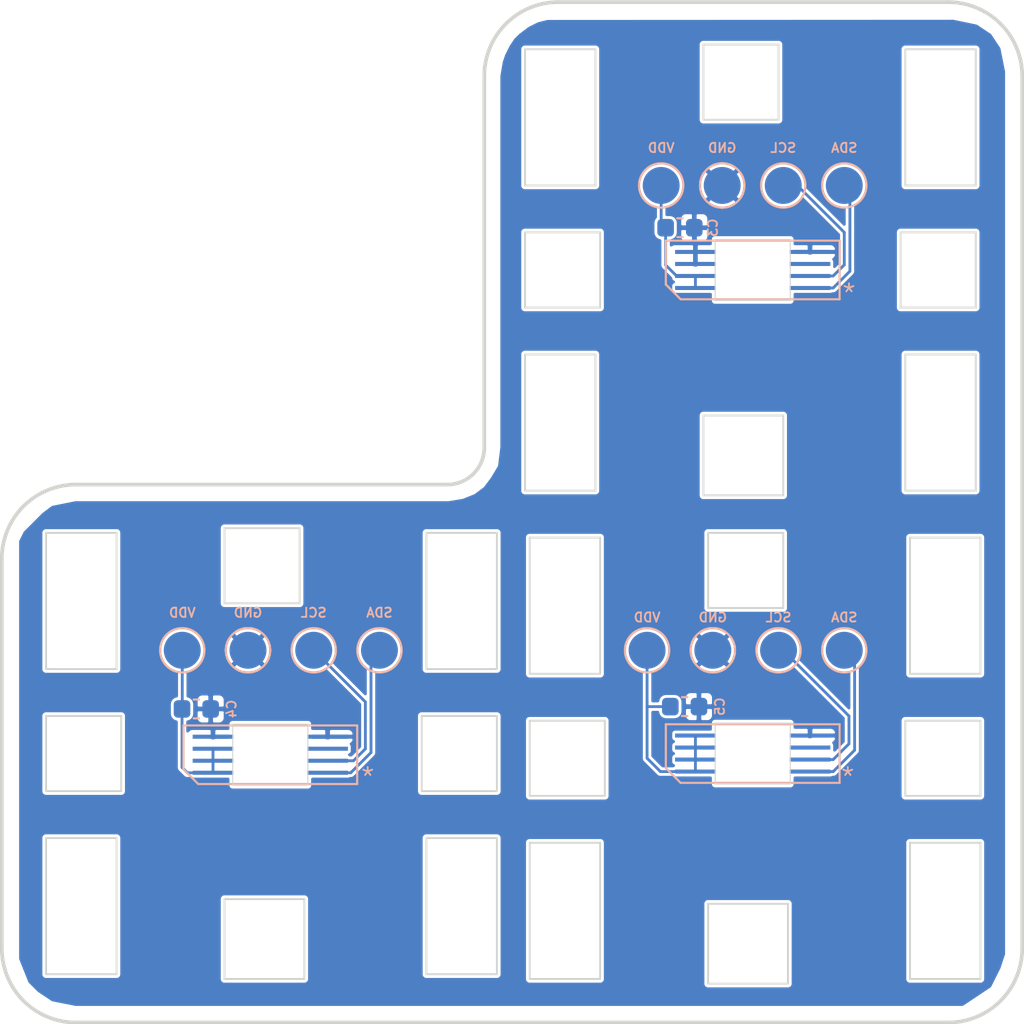
<source format=kicad_pcb>
(kicad_pcb (version 20171130) (host pcbnew "(5.1.10)-1")

  (general
    (thickness 0.8)
    (drawings 141)
    (tracks 46)
    (zones 0)
    (modules 18)
    (nets 14)
  )

  (page A4)
  (title_block
    (title "Perovskite Contact Board")
    (date 2023-07-20)
    (rev V3)
    (company "Aerospace eXperimental Payloads | UNL Aerospace Club")
    (comment 1 "Copyright (c) 2023")
    (comment 2 "Designer: JMMS")
    (comment 3 "Reviewer: WSA")
    (comment 4 "Approved: WSA")
  )

  (layers
    (0 F.Cu signal)
    (31 B.Cu signal)
    (32 B.Adhes user hide)
    (33 F.Adhes user)
    (34 B.Paste user)
    (35 F.Paste user)
    (36 B.SilkS user)
    (37 F.SilkS user)
    (38 B.Mask user)
    (39 F.Mask user)
    (40 Dwgs.User user hide)
    (41 Cmts.User user)
    (42 Eco1.User user hide)
    (43 Eco2.User user)
    (44 Edge.Cuts user)
    (45 Margin user hide)
    (46 B.CrtYd user)
    (47 F.CrtYd user)
    (48 B.Fab user hide)
    (49 F.Fab user hide)
  )

  (setup
    (last_trace_width 0.1524)
    (user_trace_width 0.1524)
    (user_trace_width 0.2286)
    (trace_clearance 0.1524)
    (zone_clearance 0.5)
    (zone_45_only no)
    (trace_min 0.1524)
    (via_size 0.8)
    (via_drill 0.4)
    (via_min_size 0.127)
    (via_min_drill 0.254)
    (user_via 0.508 0.254)
    (uvia_size 0.3)
    (uvia_drill 0.1)
    (uvias_allowed no)
    (uvia_min_size 0.2)
    (uvia_min_drill 0.1)
    (edge_width 0.1)
    (segment_width 0.2)
    (pcb_text_width 0.3)
    (pcb_text_size 1.5 1.5)
    (mod_edge_width 0.1)
    (mod_text_size 0.5 0.5)
    (mod_text_width 0.1)
    (pad_size 3.4 1.8)
    (pad_drill 0)
    (pad_to_mask_clearance 0)
    (aux_axis_origin 0 0)
    (visible_elements 7FFFFFFF)
    (pcbplotparams
      (layerselection 0x010fc_ffffffff)
      (usegerberextensions false)
      (usegerberattributes true)
      (usegerberadvancedattributes true)
      (creategerberjobfile true)
      (excludeedgelayer true)
      (linewidth 0.100000)
      (plotframeref false)
      (viasonmask false)
      (mode 1)
      (useauxorigin false)
      (hpglpennumber 1)
      (hpglpenspeed 20)
      (hpglpendiameter 15.000000)
      (psnegative false)
      (psa4output false)
      (plotreference true)
      (plotvalue true)
      (plotinvisibletext false)
      (padsonsilk false)
      (subtractmaskfromsilk false)
      (outputformat 1)
      (mirror false)
      (drillshape 0)
      (scaleselection 1)
      (outputdirectory "Gerbers"))
  )

  (net 0 "")
  (net 1 GND)
  (net 2 VDD)
  (net 3 "Net-(U4-Pad3)")
  (net 4 "Net-(U5-Pad3)")
  (net 5 "Net-(U6-Pad3)")
  (net 6 SCL3)
  (net 7 SDA1)
  (net 8 VDDA)
  (net 9 VDDF)
  (net 10 SCL2)
  (net 11 SDA2)
  (net 12 SDA3)
  (net 13 SCL1)

  (net_class Default "This is the default net class."
    (clearance 0.1524)
    (trace_width 0.1524)
    (via_dia 0.8)
    (via_drill 0.4)
    (uvia_dia 0.3)
    (uvia_drill 0.1)
    (add_net GND)
    (add_net "Net-(U4-Pad3)")
    (add_net "Net-(U5-Pad3)")
    (add_net "Net-(U6-Pad3)")
    (add_net SCL1)
    (add_net SCL2)
    (add_net SCL3)
    (add_net SDA1)
    (add_net SDA2)
    (add_net SDA3)
    (add_net VDD)
    (add_net VDDA)
    (add_net VDDF)
  )

  (module Capacitor_SMD:C_0603_1608Metric (layer B.Cu) (tedit 5F68FEEE) (tstamp 64F817EA)
    (at 159.258 107.95)
    (descr "Capacitor SMD 0603 (1608 Metric), square (rectangular) end terminal, IPC_7351 nominal, (Body size source: IPC-SM-782 page 76, https://www.pcb-3d.com/wordpress/wp-content/uploads/ipc-sm-782a_amendment_1_and_2.pdf), generated with kicad-footprint-generator")
    (tags capacitor)
    (path /64F82799)
    (attr smd)
    (fp_text reference C5 (at 1.905 0 90) (layer B.SilkS)
      (effects (font (size 0.5 0.5) (thickness 0.1)) (justify mirror))
    )
    (fp_text value 0.1u (at 0 -1.43) (layer B.Fab)
      (effects (font (size 1 1) (thickness 0.15)) (justify mirror))
    )
    (fp_line (start 1.48 -0.73) (end -1.48 -0.73) (layer B.CrtYd) (width 0.05))
    (fp_line (start 1.48 0.73) (end 1.48 -0.73) (layer B.CrtYd) (width 0.05))
    (fp_line (start -1.48 0.73) (end 1.48 0.73) (layer B.CrtYd) (width 0.05))
    (fp_line (start -1.48 -0.73) (end -1.48 0.73) (layer B.CrtYd) (width 0.05))
    (fp_line (start -0.14058 -0.51) (end 0.14058 -0.51) (layer B.SilkS) (width 0.12))
    (fp_line (start -0.14058 0.51) (end 0.14058 0.51) (layer B.SilkS) (width 0.12))
    (fp_line (start 0.8 -0.4) (end -0.8 -0.4) (layer B.Fab) (width 0.1))
    (fp_line (start 0.8 0.4) (end 0.8 -0.4) (layer B.Fab) (width 0.1))
    (fp_line (start -0.8 0.4) (end 0.8 0.4) (layer B.Fab) (width 0.1))
    (fp_line (start -0.8 -0.4) (end -0.8 0.4) (layer B.Fab) (width 0.1))
    (fp_text user %R (at 0 0) (layer B.Fab)
      (effects (font (size 0.4 0.4) (thickness 0.06)) (justify mirror))
    )
    (pad 2 smd roundrect (at 0.775 0) (size 0.9 0.95) (layers B.Cu B.Paste B.Mask) (roundrect_rratio 0.25)
      (net 1 GND))
    (pad 1 smd roundrect (at -0.775 0) (size 0.9 0.95) (layers B.Cu B.Paste B.Mask) (roundrect_rratio 0.25)
      (net 9 VDDF))
    (model ${KISYS3DMOD}/Capacitor_SMD.3dshapes/C_0603_1608Metric.wrl
      (at (xyz 0 0 0))
      (scale (xyz 1 1 1))
      (rotate (xyz 0 0 0))
    )
  )

  (module Capacitor_SMD:C_0603_1608Metric (layer B.Cu) (tedit 5F68FEEE) (tstamp 64F817D9)
    (at 132.842 108.077)
    (descr "Capacitor SMD 0603 (1608 Metric), square (rectangular) end terminal, IPC_7351 nominal, (Body size source: IPC-SM-782 page 76, https://www.pcb-3d.com/wordpress/wp-content/uploads/ipc-sm-782a_amendment_1_and_2.pdf), generated with kicad-footprint-generator")
    (tags capacitor)
    (path /64F809F6)
    (attr smd)
    (fp_text reference C4 (at 1.905 0 90) (layer B.SilkS)
      (effects (font (size 0.5 0.5) (thickness 0.1)) (justify mirror))
    )
    (fp_text value 0.1u (at 0 -1.43) (layer B.Fab)
      (effects (font (size 1 1) (thickness 0.15)) (justify mirror))
    )
    (fp_line (start 1.48 -0.73) (end -1.48 -0.73) (layer B.CrtYd) (width 0.05))
    (fp_line (start 1.48 0.73) (end 1.48 -0.73) (layer B.CrtYd) (width 0.05))
    (fp_line (start -1.48 0.73) (end 1.48 0.73) (layer B.CrtYd) (width 0.05))
    (fp_line (start -1.48 -0.73) (end -1.48 0.73) (layer B.CrtYd) (width 0.05))
    (fp_line (start -0.14058 -0.51) (end 0.14058 -0.51) (layer B.SilkS) (width 0.12))
    (fp_line (start -0.14058 0.51) (end 0.14058 0.51) (layer B.SilkS) (width 0.12))
    (fp_line (start 0.8 -0.4) (end -0.8 -0.4) (layer B.Fab) (width 0.1))
    (fp_line (start 0.8 0.4) (end 0.8 -0.4) (layer B.Fab) (width 0.1))
    (fp_line (start -0.8 0.4) (end 0.8 0.4) (layer B.Fab) (width 0.1))
    (fp_line (start -0.8 -0.4) (end -0.8 0.4) (layer B.Fab) (width 0.1))
    (fp_text user %R (at 0 0) (layer B.Fab)
      (effects (font (size 0.4 0.4) (thickness 0.06)) (justify mirror))
    )
    (pad 2 smd roundrect (at 0.775 0) (size 0.9 0.95) (layers B.Cu B.Paste B.Mask) (roundrect_rratio 0.25)
      (net 1 GND))
    (pad 1 smd roundrect (at -0.775 0) (size 0.9 0.95) (layers B.Cu B.Paste B.Mask) (roundrect_rratio 0.25)
      (net 8 VDDA))
    (model ${KISYS3DMOD}/Capacitor_SMD.3dshapes/C_0603_1608Metric.wrl
      (at (xyz 0 0 0))
      (scale (xyz 1 1 1))
      (rotate (xyz 0 0 0))
    )
  )

  (module Capacitor_SMD:C_0603_1608Metric (layer B.Cu) (tedit 5F68FEEE) (tstamp 64F817C8)
    (at 159.004 82.042)
    (descr "Capacitor SMD 0603 (1608 Metric), square (rectangular) end terminal, IPC_7351 nominal, (Body size source: IPC-SM-782 page 76, https://www.pcb-3d.com/wordpress/wp-content/uploads/ipc-sm-782a_amendment_1_and_2.pdf), generated with kicad-footprint-generator")
    (tags capacitor)
    (path /64F7D54D)
    (attr smd)
    (fp_text reference C3 (at 1.778 0 90) (layer B.SilkS)
      (effects (font (size 0.5 0.5) (thickness 0.1)) (justify mirror))
    )
    (fp_text value 0.1u (at 0 -1.43) (layer B.Fab)
      (effects (font (size 1 1) (thickness 0.15)) (justify mirror))
    )
    (fp_line (start 1.48 -0.73) (end -1.48 -0.73) (layer B.CrtYd) (width 0.05))
    (fp_line (start 1.48 0.73) (end 1.48 -0.73) (layer B.CrtYd) (width 0.05))
    (fp_line (start -1.48 0.73) (end 1.48 0.73) (layer B.CrtYd) (width 0.05))
    (fp_line (start -1.48 -0.73) (end -1.48 0.73) (layer B.CrtYd) (width 0.05))
    (fp_line (start -0.14058 -0.51) (end 0.14058 -0.51) (layer B.SilkS) (width 0.12))
    (fp_line (start -0.14058 0.51) (end 0.14058 0.51) (layer B.SilkS) (width 0.12))
    (fp_line (start 0.8 -0.4) (end -0.8 -0.4) (layer B.Fab) (width 0.1))
    (fp_line (start 0.8 0.4) (end 0.8 -0.4) (layer B.Fab) (width 0.1))
    (fp_line (start -0.8 0.4) (end 0.8 0.4) (layer B.Fab) (width 0.1))
    (fp_line (start -0.8 -0.4) (end -0.8 0.4) (layer B.Fab) (width 0.1))
    (fp_text user %R (at 0 0) (layer B.Fab)
      (effects (font (size 0.4 0.4) (thickness 0.06)) (justify mirror))
    )
    (pad 2 smd roundrect (at 0.775 0) (size 0.9 0.95) (layers B.Cu B.Paste B.Mask) (roundrect_rratio 0.25)
      (net 1 GND))
    (pad 1 smd roundrect (at -0.775 0) (size 0.9 0.95) (layers B.Cu B.Paste B.Mask) (roundrect_rratio 0.25)
      (net 2 VDD))
    (model ${KISYS3DMOD}/Capacitor_SMD.3dshapes/C_0603_1608Metric.wrl
      (at (xyz 0 0 0))
      (scale (xyz 1 1 1))
      (rotate (xyz 0 0 0))
    )
  )

  (module TestPoint:TestPoint_Pad_D2.0mm (layer B.Cu) (tedit 5A0F774F) (tstamp 64B95F9D)
    (at 142.748 104.902)
    (descr "SMD pad as test Point, diameter 2.0mm")
    (tags "test point SMD pad")
    (path /64BA5C01)
    (attr virtual)
    (fp_text reference JP103.8 (at 0 1.998) (layer Dwgs.User) hide
      (effects (font (size 1 1) (thickness 0.15)) (justify mirror))
    )
    (fp_text value Conn_01x01 (at 0 -2.05) (layer B.Fab)
      (effects (font (size 1 1) (thickness 0.15)) (justify mirror))
    )
    (fp_circle (center 0 0) (end 1.5 0) (layer B.CrtYd) (width 0.05))
    (fp_circle (center 0 0) (end 0 -1.2) (layer B.SilkS) (width 0.12))
    (fp_text user %R (at 0 2) (layer B.Fab)
      (effects (font (size 1 1) (thickness 0.15)) (justify mirror))
    )
    (pad 1 smd circle (at 0 0) (size 2 2) (layers B.Cu B.Mask)
      (net 11 SDA2))
  )

  (module TestPoint:TestPoint_Pad_D2.0mm (layer B.Cu) (tedit 5A0F774F) (tstamp 64B95F95)
    (at 164.338 104.902)
    (descr "SMD pad as test Point, diameter 2.0mm")
    (tags "test point SMD pad")
    (path /64BA5848)
    (attr virtual)
    (fp_text reference JP103.11 (at 0 1.998) (layer Dwgs.User) hide
      (effects (font (size 1 1) (thickness 0.15)) (justify mirror))
    )
    (fp_text value Conn_01x01 (at 0 -2.05) (layer B.Fab)
      (effects (font (size 1 1) (thickness 0.15)) (justify mirror))
    )
    (fp_circle (center 0 0) (end 1.5 0) (layer B.CrtYd) (width 0.05))
    (fp_circle (center 0 0) (end 0 -1.2) (layer B.SilkS) (width 0.12))
    (fp_text user %R (at 0 2) (layer B.Fab)
      (effects (font (size 1 1) (thickness 0.15)) (justify mirror))
    )
    (pad 1 smd circle (at 0 0) (size 2 2) (layers B.Cu B.Mask)
      (net 6 SCL3))
  )

  (module TestPoint:TestPoint_Pad_D2.0mm (layer B.Cu) (tedit 5A0F774F) (tstamp 64B95F8D)
    (at 139.192 104.902)
    (descr "SMD pad as test Point, diameter 2.0mm")
    (tags "test point SMD pad")
    (path /64BA556D)
    (attr virtual)
    (fp_text reference JP103.7 (at 0 1.998) (layer Dwgs.User) hide
      (effects (font (size 1 1) (thickness 0.15)) (justify mirror))
    )
    (fp_text value Conn_01x01 (at 0 -2.05) (layer B.Fab)
      (effects (font (size 1 1) (thickness 0.15)) (justify mirror))
    )
    (fp_circle (center 0 0) (end 1.5 0) (layer B.CrtYd) (width 0.05))
    (fp_circle (center 0 0) (end 0 -1.2) (layer B.SilkS) (width 0.12))
    (fp_text user %R (at 0 2) (layer B.Fab)
      (effects (font (size 1 1) (thickness 0.15)) (justify mirror))
    )
    (pad 1 smd circle (at 0 0) (size 2 2) (layers B.Cu B.Mask)
      (net 10 SCL2))
  )

  (module TestPoint:TestPoint_Pad_D2.0mm (layer B.Cu) (tedit 5A0F774F) (tstamp 64B95F85)
    (at 157.226 104.902)
    (descr "SMD pad as test Point, diameter 2.0mm")
    (tags "test point SMD pad")
    (path /64B988DA)
    (attr virtual)
    (fp_text reference JP103.10 (at 0 1.998) (layer Dwgs.User) hide
      (effects (font (size 1 1) (thickness 0.15)) (justify mirror))
    )
    (fp_text value Conn_01x01 (at 0 -2.05) (layer B.Fab)
      (effects (font (size 1 1) (thickness 0.15)) (justify mirror))
    )
    (fp_circle (center 0 0) (end 1.5 0) (layer B.CrtYd) (width 0.05))
    (fp_circle (center 0 0) (end 0 -1.2) (layer B.SilkS) (width 0.12))
    (fp_text user %R (at 0 2) (layer B.Fab)
      (effects (font (size 1 1) (thickness 0.15)) (justify mirror))
    )
    (pad 1 smd circle (at 0 0) (size 2 2) (layers B.Cu B.Mask)
      (net 9 VDDF))
  )

  (module TestPoint:TestPoint_Pad_D2.0mm (layer B.Cu) (tedit 5A0F774F) (tstamp 64B95F7D)
    (at 132.08 104.902)
    (descr "SMD pad as test Point, diameter 2.0mm")
    (tags "test point SMD pad")
    (path /64B9861B)
    (attr virtual)
    (fp_text reference JP103.6 (at 0 1.998) (layer Dwgs.User) hide
      (effects (font (size 1 1) (thickness 0.15)) (justify mirror))
    )
    (fp_text value Conn_01x01 (at 0 -2.05) (layer B.Fab)
      (effects (font (size 1 1) (thickness 0.15)) (justify mirror))
    )
    (fp_circle (center 0 0) (end 1.5 0) (layer B.CrtYd) (width 0.05))
    (fp_circle (center 0 0) (end 0 -1.2) (layer B.SilkS) (width 0.12))
    (fp_text user %R (at 0 2) (layer B.Fab)
      (effects (font (size 1 1) (thickness 0.15)) (justify mirror))
    )
    (pad 1 smd circle (at 0 0) (size 2 2) (layers B.Cu B.Mask)
      (net 8 VDDA))
  )

  (module TestPoint:TestPoint_Pad_D2.0mm (layer B.Cu) (tedit 5A0F774F) (tstamp 64B95F67)
    (at 167.894 104.902)
    (descr "SMD pad as test Point, diameter 2.0mm")
    (tags "test point SMD pad")
    (path /64BA5ED3)
    (attr virtual)
    (fp_text reference JP103.12 (at -0.127 2.794) (layer Dwgs.User) hide
      (effects (font (size 1 1) (thickness 0.15)) (justify mirror))
    )
    (fp_text value Conn_01x01 (at 0 -2.05) (layer B.Fab)
      (effects (font (size 1 1) (thickness 0.15)) (justify mirror))
    )
    (fp_circle (center 0 0) (end 1.5 0) (layer B.CrtYd) (width 0.05))
    (fp_circle (center 0 0) (end 0 -1.2) (layer B.SilkS) (width 0.12))
    (fp_text user %R (at 0 2) (layer B.Fab)
      (effects (font (size 1 1) (thickness 0.15)) (justify mirror))
    )
    (pad 1 smd circle (at 0 0) (size 2 2) (layers B.Cu B.Mask)
      (net 12 SDA3))
  )

  (module TestPoint:TestPoint_Pad_D2.0mm (layer B.Cu) (tedit 5A0F774F) (tstamp 64B95F5F)
    (at 135.636 104.902)
    (descr "SMD pad as test Point, diameter 2.0mm")
    (tags "test point SMD pad")
    (path /64B97803)
    (attr virtual)
    (fp_text reference JP103.5 (at 0 1.998) (layer Dwgs.User) hide
      (effects (font (size 1 1) (thickness 0.15)) (justify mirror))
    )
    (fp_text value Conn_01x01 (at 0 -2.05) (layer B.Fab)
      (effects (font (size 1 1) (thickness 0.15)) (justify mirror))
    )
    (fp_circle (center 0 0) (end 1.5 0) (layer B.CrtYd) (width 0.05))
    (fp_circle (center 0 0) (end 0 -1.2) (layer B.SilkS) (width 0.12))
    (fp_text user %R (at 0 2) (layer B.Fab)
      (effects (font (size 1 1) (thickness 0.15)) (justify mirror))
    )
    (pad 1 smd circle (at 0 0) (size 2 2) (layers B.Cu B.Mask)
      (net 1 GND))
  )

  (module TestPoint:TestPoint_Pad_D2.0mm (layer B.Cu) (tedit 5A0F774F) (tstamp 64B95F57)
    (at 160.782 104.902)
    (descr "SMD pad as test Point, diameter 2.0mm")
    (tags "test point SMD pad")
    (path /64B97AC2)
    (attr virtual)
    (fp_text reference JP103.9 (at 0 1.998) (layer Dwgs.User) hide
      (effects (font (size 1 1) (thickness 0.15)) (justify mirror))
    )
    (fp_text value Conn_01x01 (at 0 -2.05) (layer B.Fab)
      (effects (font (size 1 1) (thickness 0.15)) (justify mirror))
    )
    (fp_circle (center 0 0) (end 1.5 0) (layer B.CrtYd) (width 0.05))
    (fp_circle (center 0 0) (end 0 -1.2) (layer B.SilkS) (width 0.12))
    (fp_text user %R (at 0 2) (layer B.Fab)
      (effects (font (size 1 1) (thickness 0.15)) (justify mirror))
    )
    (pad 1 smd circle (at 0 0) (size 2 2) (layers B.Cu B.Mask)
      (net 1 GND))
  )

  (module TestPoint:TestPoint_Pad_D2.0mm (layer B.Cu) (tedit 5A0F774F) (tstamp 64B96986)
    (at 167.894 79.756 90)
    (descr "SMD pad as test Point, diameter 2.0mm")
    (tags "test point SMD pad")
    (path /64B7D4E1)
    (attr virtual)
    (fp_text reference JP103.4 (at -1.905 0 180) (layer B.SilkS) hide
      (effects (font (size 0.5 0.5) (thickness 0.1)) (justify mirror))
    )
    (fp_text value Conn_01x01 (at 0 -2.05 90) (layer B.Fab)
      (effects (font (size 1 1) (thickness 0.15)) (justify mirror))
    )
    (fp_circle (center 0 0) (end 0 -1.2) (layer B.SilkS) (width 0.12))
    (fp_circle (center 0 0) (end 1.5 0) (layer B.CrtYd) (width 0.05))
    (fp_text user %R (at 0 2 90) (layer B.Fab)
      (effects (font (size 1 1) (thickness 0.15)) (justify mirror))
    )
    (pad 1 smd circle (at 0 0 90) (size 2 2) (layers B.Cu B.Mask)
      (net 7 SDA1))
  )

  (module TestPoint:TestPoint_Pad_D2.0mm (layer B.Cu) (tedit 5A0F774F) (tstamp 64B96971)
    (at 164.592 79.756 90)
    (descr "SMD pad as test Point, diameter 2.0mm")
    (tags "test point SMD pad")
    (path /64B5D108)
    (attr virtual)
    (fp_text reference JP103.3 (at -1.905 0 180) (layer B.SilkS) hide
      (effects (font (size 0.5 0.5) (thickness 0.1)) (justify mirror))
    )
    (fp_text value Conn_01x01 (at 0 -2.05 90) (layer B.Fab)
      (effects (font (size 1 1) (thickness 0.15)) (justify mirror))
    )
    (fp_circle (center 0 0) (end 0 -1.2) (layer B.SilkS) (width 0.12))
    (fp_circle (center 0 0) (end 1.5 0) (layer B.CrtYd) (width 0.05))
    (fp_text user %R (at 0 2 90) (layer B.Fab)
      (effects (font (size 1 1) (thickness 0.15)) (justify mirror))
    )
    (pad 1 smd circle (at 0 0 90) (size 2 2) (layers B.Cu B.Mask)
      (net 13 SCL1))
  )

  (module TestPoint:TestPoint_Pad_D2.0mm (layer B.Cu) (tedit 5A0F774F) (tstamp 64B4844A)
    (at 157.988 79.756 180)
    (descr "SMD pad as test Point, diameter 2.0mm")
    (tags "test point SMD pad")
    (path /64B5D102)
    (attr virtual)
    (fp_text reference JP103.2 (at 0 -1.905) (layer B.SilkS) hide
      (effects (font (size 0.5 0.5) (thickness 0.1)) (justify mirror))
    )
    (fp_text value Conn_01x01 (at 0 -2.05) (layer B.Fab)
      (effects (font (size 1 1) (thickness 0.15)) (justify mirror))
    )
    (fp_circle (center 0 0) (end 1.5 0) (layer B.CrtYd) (width 0.05))
    (fp_circle (center 0 0) (end 0 -1.2) (layer B.SilkS) (width 0.12))
    (fp_text user %R (at 0 2) (layer B.Fab)
      (effects (font (size 1 1) (thickness 0.15)) (justify mirror))
    )
    (pad 1 smd circle (at 0 0 180) (size 2 2) (layers B.Cu B.Mask)
      (net 2 VDD))
  )

  (module TestPoint:TestPoint_Pad_D2.0mm (layer B.Cu) (tedit 5A0F774F) (tstamp 64B48438)
    (at 161.29 79.756 90)
    (descr "SMD pad as test Point, diameter 2.0mm")
    (tags "test point SMD pad")
    (path /64B5D0FC)
    (attr virtual)
    (fp_text reference JP103.1 (at -1.905 0 180) (layer B.SilkS) hide
      (effects (font (size 0.5 0.5) (thickness 0.1)) (justify mirror))
    )
    (fp_text value Conn_01x01 (at 0 -2.05 90) (layer B.Fab) hide
      (effects (font (size 1 1) (thickness 0.15)) (justify mirror))
    )
    (fp_circle (center 0 0) (end 0 -1.2) (layer B.SilkS) (width 0.12))
    (fp_circle (center 0 0) (end 1.5 0) (layer B.CrtYd) (width 0.05))
    (fp_text user %R (at 0 2 90) (layer B.Fab)
      (effects (font (size 1 1) (thickness 0.15)) (justify mirror))
    )
    (pad 1 smd circle (at 0 0 90) (size 2 2) (layers B.Cu B.Mask)
      (net 1 GND))
  )

  (module MCP9804_Custom:MCP9804_With_Hole (layer B.Cu) (tedit 636C7334) (tstamp 64B484EF)
    (at 162.941 110.49)
    (path /636A02E7)
    (attr smd)
    (fp_text reference U6 (at -1.3335 2.0955) (layer B.SilkS) hide
      (effects (font (size 0.5 0.5) (thickness 0.1)) (justify mirror))
    )
    (fp_text value MCP9808_MSOP (at 0 3.81) (layer B.Fab)
      (effects (font (size 1 1) (thickness 0.15)) (justify mirror))
    )
    (fp_line (start -4.7 0.785) (end -3.9 1.585) (layer B.SilkS) (width 0.12))
    (fp_line (start -3.9 1.585) (end 4.7 1.585) (layer B.SilkS) (width 0.12))
    (fp_line (start 4.7 1.585) (end 4.7 -1.585) (layer B.SilkS) (width 0.12))
    (fp_line (start 4.7 -1.585) (end -4.7 -1.585) (layer B.SilkS) (width 0.12))
    (fp_line (start -4.7 -1.585) (end -4.7 0.785) (layer B.SilkS) (width 0.12))
    (fp_line (start 4.45 1.34) (end 4.45 -1.34) (layer B.CrtYd) (width 0.05))
    (fp_line (start 4.45 -1.34) (end -4.45 -1.34) (layer B.CrtYd) (width 0.05))
    (fp_line (start -4.45 -1.34) (end -4.45 1.34) (layer B.CrtYd) (width 0.05))
    (fp_line (start -4.45 1.34) (end 4.45 1.34) (layer B.CrtYd) (width 0.05))
    (fp_line (start -2 1.6) (end 2 1.6) (layer Eco1.User) (width 0.12))
    (fp_line (start -2 1.6) (end -2 -1.6) (layer Eco1.User) (width 0.12))
    (fp_line (start -2 -1.6) (end 2 -1.6) (layer Eco1.User) (width 0.12))
    (fp_line (start 2 1.6) (end 2 -1.6) (layer Eco1.User) (width 0.12))
    (pad 5 smd rect (at -3.1 -0.975 90) (size 0.22 2.2) (layers B.Cu B.Paste B.Mask)
      (net 9 VDDF))
    (pad 4 smd rect (at 3.1 -0.975 90) (size 0.22 2.2) (layers B.Cu B.Paste B.Mask)
      (net 1 GND))
    (pad 6 smd rect (at -3.1 -0.325 90) (size 0.22 2.2) (layers B.Cu B.Paste B.Mask)
      (net 9 VDDF))
    (pad 3 smd rect (at 3.1 -0.325 90) (size 0.22 2.2) (layers B.Cu B.Paste B.Mask)
      (net 5 "Net-(U6-Pad3)"))
    (pad 7 smd rect (at -3.1 0.325 90) (size 0.22 2.2) (layers B.Cu B.Paste B.Mask)
      (net 9 VDDF))
    (pad 2 smd rect (at 3.1 0.325 90) (size 0.22 2.2) (layers B.Cu B.Paste B.Mask)
      (net 6 SCL3))
    (pad 8 smd rect (at -3.1 0.975 90) (size 0.22 2.2) (layers B.Cu B.Paste B.Mask)
      (net 9 VDDF))
    (pad 1 smd rect (at 3.1 0.975 90) (size 0.22 2.2) (layers B.Cu B.Paste B.Mask)
      (net 12 SDA3))
    (model "${KIPRJMOD}/KiCAD Parts/MCP9804/MCP9801-M_MS.stp"
      (offset (xyz 0 0 0.2))
      (scale (xyz 1 1 1))
      (rotate (xyz 0 180 0))
    )
  )

  (module MCP9804_Custom:MCP9804_With_Hole (layer B.Cu) (tedit 636C7334) (tstamp 64B484D6)
    (at 136.8425 110.5535)
    (path /6369FACF)
    (attr smd)
    (fp_text reference U5 (at 0 2.458) (layer B.SilkS) hide
      (effects (font (size 0.5 0.5) (thickness 0.1)) (justify mirror))
    )
    (fp_text value MCP9808_MSOP (at 0 3.81) (layer B.Fab)
      (effects (font (size 1 1) (thickness 0.15)) (justify mirror))
    )
    (fp_line (start -4.7 0.785) (end -3.9 1.585) (layer B.SilkS) (width 0.12))
    (fp_line (start -3.9 1.585) (end 4.7 1.585) (layer B.SilkS) (width 0.12))
    (fp_line (start 4.7 1.585) (end 4.7 -1.585) (layer B.SilkS) (width 0.12))
    (fp_line (start 4.7 -1.585) (end -4.7 -1.585) (layer B.SilkS) (width 0.12))
    (fp_line (start -4.7 -1.585) (end -4.7 0.785) (layer B.SilkS) (width 0.12))
    (fp_line (start 4.45 1.34) (end 4.45 -1.34) (layer B.CrtYd) (width 0.05))
    (fp_line (start 4.45 -1.34) (end -4.45 -1.34) (layer B.CrtYd) (width 0.05))
    (fp_line (start -4.45 -1.34) (end -4.45 1.34) (layer B.CrtYd) (width 0.05))
    (fp_line (start -4.45 1.34) (end 4.45 1.34) (layer B.CrtYd) (width 0.05))
    (fp_line (start -2 1.6) (end 2 1.6) (layer Eco1.User) (width 0.12))
    (fp_line (start -2 1.6) (end -2 -1.6) (layer Eco1.User) (width 0.12))
    (fp_line (start -2 -1.6) (end 2 -1.6) (layer Eco1.User) (width 0.12))
    (fp_line (start 2 1.6) (end 2 -1.6) (layer Eco1.User) (width 0.12))
    (pad 5 smd rect (at -3.1 -0.975 90) (size 0.22 2.2) (layers B.Cu B.Paste B.Mask)
      (net 1 GND))
    (pad 4 smd rect (at 3.1 -0.975 90) (size 0.22 2.2) (layers B.Cu B.Paste B.Mask)
      (net 1 GND))
    (pad 6 smd rect (at -3.1 -0.325 90) (size 0.22 2.2) (layers B.Cu B.Paste B.Mask)
      (net 8 VDDA))
    (pad 3 smd rect (at 3.1 -0.325 90) (size 0.22 2.2) (layers B.Cu B.Paste B.Mask)
      (net 4 "Net-(U5-Pad3)"))
    (pad 7 smd rect (at -3.1 0.325 90) (size 0.22 2.2) (layers B.Cu B.Paste B.Mask)
      (net 8 VDDA))
    (pad 2 smd rect (at 3.1 0.325 90) (size 0.22 2.2) (layers B.Cu B.Paste B.Mask)
      (net 10 SCL2))
    (pad 8 smd rect (at -3.1 0.975 90) (size 0.22 2.2) (layers B.Cu B.Paste B.Mask)
      (net 8 VDDA))
    (pad 1 smd rect (at 3.1 0.975 90) (size 0.22 2.2) (layers B.Cu B.Paste B.Mask)
      (net 11 SDA2))
    (model "${KIPRJMOD}/KiCAD Parts/MCP9804/MCP9801-M_MS.stp"
      (offset (xyz 0 0 0.2))
      (scale (xyz 1 1 1))
      (rotate (xyz 0 180 0))
    )
  )

  (module MCP9804_Custom:MCP9804_With_Hole (layer B.Cu) (tedit 636C7334) (tstamp 64B484BD)
    (at 162.941 84.328)
    (path /6369EDDD)
    (attr smd)
    (fp_text reference U4 (at 0 2.458) (layer B.SilkS) hide
      (effects (font (size 0.5 0.5) (thickness 0.1)) (justify mirror))
    )
    (fp_text value MCP9808_MSOP (at 0 3.81) (layer B.Fab)
      (effects (font (size 1 1) (thickness 0.15)) (justify mirror))
    )
    (fp_line (start -4.7 0.785) (end -3.9 1.585) (layer B.SilkS) (width 0.12))
    (fp_line (start -3.9 1.585) (end 4.7 1.585) (layer B.SilkS) (width 0.12))
    (fp_line (start 4.7 1.585) (end 4.7 -1.585) (layer B.SilkS) (width 0.12))
    (fp_line (start 4.7 -1.585) (end -4.7 -1.585) (layer B.SilkS) (width 0.12))
    (fp_line (start -4.7 -1.585) (end -4.7 0.785) (layer B.SilkS) (width 0.12))
    (fp_line (start 4.45 1.34) (end 4.45 -1.34) (layer B.CrtYd) (width 0.05))
    (fp_line (start 4.45 -1.34) (end -4.45 -1.34) (layer B.CrtYd) (width 0.05))
    (fp_line (start -4.45 -1.34) (end -4.45 1.34) (layer B.CrtYd) (width 0.05))
    (fp_line (start -4.45 1.34) (end 4.45 1.34) (layer B.CrtYd) (width 0.05))
    (fp_line (start -2 1.6) (end 2 1.6) (layer Eco1.User) (width 0.12))
    (fp_line (start -2 1.6) (end -2 -1.6) (layer Eco1.User) (width 0.12))
    (fp_line (start -2 -1.6) (end 2 -1.6) (layer Eco1.User) (width 0.12))
    (fp_line (start 2 1.6) (end 2 -1.6) (layer Eco1.User) (width 0.12))
    (pad 5 smd rect (at -3.1 -0.975 90) (size 0.22 2.2) (layers B.Cu B.Paste B.Mask)
      (net 1 GND))
    (pad 4 smd rect (at 3.1 -0.975 90) (size 0.22 2.2) (layers B.Cu B.Paste B.Mask)
      (net 1 GND))
    (pad 6 smd rect (at -3.1 -0.325 90) (size 0.22 2.2) (layers B.Cu B.Paste B.Mask)
      (net 1 GND))
    (pad 3 smd rect (at 3.1 -0.325 90) (size 0.22 2.2) (layers B.Cu B.Paste B.Mask)
      (net 3 "Net-(U4-Pad3)"))
    (pad 7 smd rect (at -3.1 0.325 90) (size 0.22 2.2) (layers B.Cu B.Paste B.Mask)
      (net 2 VDD))
    (pad 2 smd rect (at 3.1 0.325 90) (size 0.22 2.2) (layers B.Cu B.Paste B.Mask)
      (net 13 SCL1))
    (pad 8 smd rect (at -3.1 0.975 90) (size 0.22 2.2) (layers B.Cu B.Paste B.Mask)
      (net 2 VDD))
    (pad 1 smd rect (at 3.1 0.975 90) (size 0.22 2.2) (layers B.Cu B.Paste B.Mask)
      (net 7 SDA1))
    (model "${KIPRJMOD}/KiCAD Parts/MCP9804/MCP9801-M_MS.stp"
      (offset (xyz 0 0 0.25))
      (scale (xyz 1 1 1))
      (rotate (xyz 0 180 0))
    )
  )

  (gr_text GND (at 161.29 77.724) (layer B.SilkS) (tstamp 64D66205)
    (effects (font (size 0.5 0.5) (thickness 0.1)) (justify mirror))
  )
  (gr_text VDD (at 132.08 102.87) (layer B.SilkS) (tstamp 64B9ED27)
    (effects (font (size 0.5 0.5) (thickness 0.1)) (justify mirror))
  )
  (gr_text GND (at 135.636 102.87) (layer B.SilkS) (tstamp 64B9ED28)
    (effects (font (size 0.5 0.5) (thickness 0.1)) (justify mirror))
  )
  (gr_text SDA (at 142.748 102.87) (layer B.SilkS) (tstamp 64D66C26)
    (effects (font (size 0.5 0.5) (thickness 0.1)) (justify mirror))
  )
  (gr_text SCL (at 139.192 102.87) (layer B.SilkS) (tstamp 64B9744D)
    (effects (font (size 0.5 0.5) (thickness 0.1)) (justify mirror))
  )
  (gr_line (start 150.622 72.39) (end 154.432 72.39) (layer Edge.Cuts) (width 0.1) (tstamp 64FF9BDF))
  (gr_line (start 154.432 79.756) (end 150.622 79.756) (layer Edge.Cuts) (width 0.1) (tstamp 64FF9BDE))
  (gr_line (start 154.432 72.39) (end 154.432 79.756) (layer Edge.Cuts) (width 0.1) (tstamp 64FF9BDD))
  (gr_line (start 175.006 79.756) (end 171.196 79.756) (layer Edge.Cuts) (width 0.1) (tstamp 64FF9BDC))
  (gr_line (start 171.196 79.756) (end 171.196 72.39) (layer Edge.Cuts) (width 0.1) (tstamp 64FF9BDB))
  (gr_line (start 170.942 86.36) (end 175.006 86.36) (layer Edge.Cuts) (width 0.1) (tstamp 64FF9BD6))
  (gr_line (start 170.942 82.296) (end 170.942 86.36) (layer Edge.Cuts) (width 0.1) (tstamp 64FF9BD5))
  (gr_line (start 175.006 96.266) (end 171.196 96.266) (layer Edge.Cuts) (width 0.1) (tstamp 64FF9BD4))
  (gr_line (start 160.274 96.52) (end 160.274 92.202) (layer Edge.Cuts) (width 0.1) (tstamp 64FF9BD3))
  (gr_line (start 171.196 88.9) (end 175.006 88.9) (layer Edge.Cuts) (width 0.1) (tstamp 64FF9BD2))
  (gr_line (start 150.622 96.266) (end 150.622 88.9) (layer Edge.Cuts) (width 0.1) (tstamp 64FF9BD1))
  (gr_line (start 175.006 88.9) (end 175.006 96.266) (layer Edge.Cuts) (width 0.1) (tstamp 64FF9BD0))
  (gr_line (start 164.592 92.202) (end 164.592 96.52) (layer Edge.Cuts) (width 0.1) (tstamp 64FF9BCF))
  (gr_line (start 160.274 92.202) (end 164.592 92.202) (layer Edge.Cuts) (width 0.1) (tstamp 64FF9BCE))
  (gr_line (start 164.592 96.52) (end 160.274 96.52) (layer Edge.Cuts) (width 0.1) (tstamp 64FF9BCD))
  (gr_line (start 171.196 96.266) (end 171.196 88.9) (layer Edge.Cuts) (width 0.1) (tstamp 64FF9BCC))
  (gr_line (start 150.622 82.296) (end 154.686 82.296) (layer Edge.Cuts) (width 0.1) (tstamp 64FF9BCB))
  (gr_line (start 150.622 86.36) (end 150.622 82.55) (layer Edge.Cuts) (width 0.1) (tstamp 64FF9BCA))
  (gr_line (start 154.686 82.296) (end 154.686 86.36) (layer Edge.Cuts) (width 0.1) (tstamp 64FF9BC9))
  (gr_line (start 150.622 79.756) (end 150.622 72.39) (layer Edge.Cuts) (width 0.1) (tstamp 64FF9BC8))
  (gr_line (start 154.686 86.36) (end 150.622 86.36) (layer Edge.Cuts) (width 0.1) (tstamp 64FF9BC7))
  (gr_line (start 154.432 96.266) (end 150.622 96.266) (layer Edge.Cuts) (width 0.1) (tstamp 64FF9BC6))
  (gr_line (start 154.432 88.9) (end 154.432 96.266) (layer Edge.Cuts) (width 0.1) (tstamp 64FF9BC5))
  (gr_line (start 150.622 88.9) (end 154.432 88.9) (layer Edge.Cuts) (width 0.1) (tstamp 64FF9BC4))
  (gr_line (start 150.622 82.55) (end 150.622 82.296) (layer Edge.Cuts) (width 0.1) (tstamp 64FF9BC3))
  (gr_line (start 164.338 75.946) (end 164.338 76.2) (layer Edge.Cuts) (width 0.1) (tstamp 64FF9BC2))
  (gr_line (start 164.338 76.2) (end 160.274 76.2) (layer Edge.Cuts) (width 0.1) (tstamp 64FF9BC1))
  (gr_line (start 175.006 72.39) (end 175.006 79.756) (layer Edge.Cuts) (width 0.1) (tstamp 64FF9BC0))
  (gr_line (start 175.006 82.296) (end 170.942 82.296) (layer Edge.Cuts) (width 0.1) (tstamp 64FF9BBF))
  (gr_line (start 160.274 72.136) (end 164.338 72.136) (layer Edge.Cuts) (width 0.1) (tstamp 64FF9BBE))
  (gr_line (start 164.338 72.136) (end 164.338 75.946) (layer Edge.Cuts) (width 0.1) (tstamp 64FF9BBD))
  (gr_line (start 175.006 86.36) (end 175.006 82.296) (layer Edge.Cuts) (width 0.1) (tstamp 64FF9BBC))
  (gr_line (start 171.196 72.39) (end 175.006 72.39) (layer Edge.Cuts) (width 0.1) (tstamp 64FF9BBB))
  (gr_line (start 160.274 76.2) (end 160.274 72.136) (layer Edge.Cuts) (width 0.1) (tstamp 64FF9BBA))
  (gr_line (start 150.876 98.806) (end 154.686 98.806) (layer Edge.Cuts) (width 0.1) (tstamp 64FF9BDF))
  (gr_line (start 154.686 106.172) (end 150.876 106.172) (layer Edge.Cuts) (width 0.1) (tstamp 64FF9BDE))
  (gr_line (start 154.686 98.806) (end 154.686 106.172) (layer Edge.Cuts) (width 0.1) (tstamp 64FF9BDD))
  (gr_line (start 175.26 106.172) (end 171.45 106.172) (layer Edge.Cuts) (width 0.1) (tstamp 64FF9BDC))
  (gr_line (start 171.45 106.172) (end 171.45 98.806) (layer Edge.Cuts) (width 0.1) (tstamp 64FF9BDB))
  (gr_line (start 171.196 112.776) (end 175.26 112.776) (layer Edge.Cuts) (width 0.1) (tstamp 64FF9BD6))
  (gr_line (start 171.196 108.712) (end 171.196 112.776) (layer Edge.Cuts) (width 0.1) (tstamp 64FF9BD5))
  (gr_line (start 175.26 122.682) (end 171.45 122.682) (layer Edge.Cuts) (width 0.1) (tstamp 64FF9BD4))
  (gr_line (start 160.528 122.936) (end 160.528 118.618) (layer Edge.Cuts) (width 0.1) (tstamp 64FF9BD3))
  (gr_line (start 171.45 115.316) (end 175.26 115.316) (layer Edge.Cuts) (width 0.1) (tstamp 64FF9BD2))
  (gr_line (start 150.876 122.682) (end 150.876 115.316) (layer Edge.Cuts) (width 0.1) (tstamp 64FF9BD1))
  (gr_line (start 175.26 115.316) (end 175.26 122.682) (layer Edge.Cuts) (width 0.1) (tstamp 64FF9BD0))
  (gr_line (start 164.846 118.618) (end 164.846 122.936) (layer Edge.Cuts) (width 0.1) (tstamp 64FF9BCF))
  (gr_line (start 160.528 118.618) (end 164.846 118.618) (layer Edge.Cuts) (width 0.1) (tstamp 64FF9BCE))
  (gr_line (start 164.846 122.936) (end 160.528 122.936) (layer Edge.Cuts) (width 0.1) (tstamp 64FF9BCD))
  (gr_line (start 171.45 122.682) (end 171.45 115.316) (layer Edge.Cuts) (width 0.1) (tstamp 64FF9BCC))
  (gr_line (start 150.876 108.712) (end 154.94 108.712) (layer Edge.Cuts) (width 0.1) (tstamp 64FF9BCB))
  (gr_line (start 150.876 112.776) (end 150.876 108.966) (layer Edge.Cuts) (width 0.1) (tstamp 64FF9BCA))
  (gr_line (start 154.94 108.712) (end 154.94 112.776) (layer Edge.Cuts) (width 0.1) (tstamp 64FF9BC9))
  (gr_line (start 150.876 106.172) (end 150.876 98.806) (layer Edge.Cuts) (width 0.1) (tstamp 64FF9BC8))
  (gr_line (start 154.94 112.776) (end 150.876 112.776) (layer Edge.Cuts) (width 0.1) (tstamp 64FF9BC7))
  (gr_line (start 154.686 122.682) (end 150.876 122.682) (layer Edge.Cuts) (width 0.1) (tstamp 64FF9BC6))
  (gr_line (start 154.686 115.316) (end 154.686 122.682) (layer Edge.Cuts) (width 0.1) (tstamp 64FF9BC5))
  (gr_line (start 150.876 115.316) (end 154.686 115.316) (layer Edge.Cuts) (width 0.1) (tstamp 64FF9BC4))
  (gr_line (start 150.876 108.966) (end 150.876 108.712) (layer Edge.Cuts) (width 0.1) (tstamp 64FF9BC3))
  (gr_line (start 164.592 102.362) (end 164.592 102.616) (layer Edge.Cuts) (width 0.1) (tstamp 64FF9BC2))
  (gr_line (start 164.592 102.616) (end 160.528 102.616) (layer Edge.Cuts) (width 0.1) (tstamp 64FF9BC1))
  (gr_line (start 175.26 98.806) (end 175.26 106.172) (layer Edge.Cuts) (width 0.1) (tstamp 64FF9BC0))
  (gr_line (start 175.26 108.712) (end 171.196 108.712) (layer Edge.Cuts) (width 0.1) (tstamp 64FF9BBF))
  (gr_line (start 160.528 98.552) (end 164.592 98.552) (layer Edge.Cuts) (width 0.1) (tstamp 64FF9BBE))
  (gr_line (start 164.592 98.552) (end 164.592 102.362) (layer Edge.Cuts) (width 0.1) (tstamp 64FF9BBD))
  (gr_line (start 175.26 112.776) (end 175.26 108.712) (layer Edge.Cuts) (width 0.1) (tstamp 64FF9BBC))
  (gr_line (start 171.45 98.806) (end 175.26 98.806) (layer Edge.Cuts) (width 0.1) (tstamp 64FF9BBB))
  (gr_line (start 160.528 102.616) (end 160.528 98.552) (layer Edge.Cuts) (width 0.1) (tstamp 64FF9BBA))
  (gr_line (start 145.288 105.918) (end 145.288 98.552) (layer Edge.Cuts) (width 0.1) (tstamp 64FF9BB4))
  (gr_line (start 149.098 105.918) (end 145.288 105.918) (layer Edge.Cuts) (width 0.1))
  (gr_line (start 149.098 98.552) (end 149.098 105.918) (layer Edge.Cuts) (width 0.1))
  (gr_line (start 145.288 98.552) (end 149.098 98.552) (layer Edge.Cuts) (width 0.1))
  (gr_line (start 134.366 102.362) (end 134.366 98.298) (layer Edge.Cuts) (width 0.1) (tstamp 64FF9BAF))
  (gr_line (start 138.43 102.362) (end 134.366 102.362) (layer Edge.Cuts) (width 0.1))
  (gr_line (start 138.43 102.108) (end 138.43 102.362) (layer Edge.Cuts) (width 0.1))
  (gr_line (start 138.43 98.298) (end 138.43 102.108) (layer Edge.Cuts) (width 0.1))
  (gr_line (start 134.366 98.298) (end 138.43 98.298) (layer Edge.Cuts) (width 0.1))
  (gr_line (start 149.098 108.458) (end 145.034 108.458) (layer Edge.Cuts) (width 0.1) (tstamp 64FF9A8B))
  (gr_line (start 149.098 112.522) (end 149.098 108.458) (layer Edge.Cuts) (width 0.1))
  (gr_line (start 145.034 112.522) (end 149.098 112.522) (layer Edge.Cuts) (width 0.1))
  (gr_line (start 145.034 108.458) (end 145.034 112.522) (layer Edge.Cuts) (width 0.1))
  (gr_line (start 145.288 122.428) (end 145.288 115.062) (layer Edge.Cuts) (width 0.1) (tstamp 64FF9A8A))
  (gr_line (start 149.098 122.428) (end 145.288 122.428) (layer Edge.Cuts) (width 0.1))
  (gr_line (start 149.098 115.062) (end 149.098 122.428) (layer Edge.Cuts) (width 0.1))
  (gr_line (start 145.288 115.062) (end 149.098 115.062) (layer Edge.Cuts) (width 0.1))
  (gr_line (start 134.366 122.682) (end 134.366 118.364) (layer Edge.Cuts) (width 0.1) (tstamp 64FF9A89))
  (gr_line (start 138.684 122.682) (end 134.366 122.682) (layer Edge.Cuts) (width 0.1))
  (gr_line (start 138.684 118.364) (end 138.684 122.682) (layer Edge.Cuts) (width 0.1))
  (gr_line (start 134.366 118.364) (end 138.684 118.364) (layer Edge.Cuts) (width 0.1))
  (gr_line (start 124.714 122.428) (end 124.714 115.062) (layer Edge.Cuts) (width 0.1) (tstamp 64FF9A88))
  (gr_line (start 128.524 122.428) (end 124.714 122.428) (layer Edge.Cuts) (width 0.1))
  (gr_line (start 128.524 115.062) (end 128.524 122.428) (layer Edge.Cuts) (width 0.1))
  (gr_line (start 124.714 115.062) (end 128.524 115.062) (layer Edge.Cuts) (width 0.1))
  (gr_line (start 124.714 108.712) (end 124.714 108.458) (layer Edge.Cuts) (width 0.1) (tstamp 64FF9A87))
  (gr_line (start 124.714 112.522) (end 124.714 108.712) (layer Edge.Cuts) (width 0.1))
  (gr_line (start 128.778 112.522) (end 124.714 112.522) (layer Edge.Cuts) (width 0.1))
  (gr_line (start 128.778 108.458) (end 128.778 112.522) (layer Edge.Cuts) (width 0.1))
  (gr_line (start 124.714 108.458) (end 128.778 108.458) (layer Edge.Cuts) (width 0.1))
  (gr_line (start 124.714 105.918) (end 124.714 98.552) (layer Edge.Cuts) (width 0.1) (tstamp 64FF9A86))
  (gr_line (start 128.524 105.918) (end 124.714 105.918) (layer Edge.Cuts) (width 0.1))
  (gr_line (start 128.524 98.552) (end 128.524 105.918) (layer Edge.Cuts) (width 0.1))
  (gr_line (start 124.714 98.552) (end 128.524 98.552) (layer Edge.Cuts) (width 0.1))
  (gr_text * (at 142.113 111.76) (layer B.SilkS) (tstamp 64B9F5C4)
    (effects (font (size 1 1) (thickness 0.1)) (justify mirror))
  )
  (gr_text * (at 168.0845 111.76) (layer B.SilkS) (tstamp 64B9ED7C)
    (effects (font (size 1 1) (thickness 0.1)) (justify mirror))
  )
  (gr_text * (at 168.148 85.598) (layer B.SilkS) (tstamp 64B9ED7C)
    (effects (font (size 1 1) (thickness 0.1)) (justify mirror))
  )
  (gr_text GND (at 160.782 103.124) (layer B.SilkS) (tstamp 64B9ED28)
    (effects (font (size 0.5 0.5) (thickness 0.1)) (justify mirror))
  )
  (gr_text VDD (at 157.226 103.124) (layer B.SilkS) (tstamp 64B9ED27)
    (effects (font (size 0.5 0.5) (thickness 0.1)) (justify mirror))
  )
  (gr_text SCL (at 164.338 103.124) (layer B.SilkS) (tstamp 64B9744D)
    (effects (font (size 0.5 0.5) (thickness 0.1)) (justify mirror))
  )
  (gr_text SDA (at 167.894 103.124) (layer B.SilkS) (tstamp 64B9744C)
    (effects (font (size 0.5 0.5) (thickness 0.1)) (justify mirror))
  )
  (gr_text VDD (at 157.988 77.724) (layer B.SilkS) (tstamp 64D66211)
    (effects (font (size 0.5 0.5) (thickness 0.1)) (justify mirror))
  )
  (gr_text SDA (at 167.894 77.724) (layer B.SilkS) (tstamp 64D661FF)
    (effects (font (size 0.5 0.5) (thickness 0.1)) (justify mirror))
  )
  (gr_text SCL (at 164.592 77.724) (layer B.SilkS) (tstamp 64D6620E)
    (effects (font (size 0.5 0.5) (thickness 0.1)) (justify mirror))
  )
  (gr_line (start 164.973 82.677) (end 160.909 82.677) (layer Edge.Cuts) (width 0.05) (tstamp 64B4CC00))
  (gr_line (start 164.973 85.979) (end 164.973 82.677) (layer Edge.Cuts) (width 0.05) (tstamp 64B4CBFF))
  (gr_line (start 160.909 85.979) (end 164.973 85.979) (layer Edge.Cuts) (width 0.05) (tstamp 64B4CBFE))
  (gr_line (start 160.909 82.677) (end 160.909 85.979) (layer Edge.Cuts) (width 0.05) (tstamp 64B4CBFD))
  (gr_line (start 164.973 108.839) (end 160.909 108.839) (layer Edge.Cuts) (width 0.05) (tstamp 64B4CC00))
  (gr_line (start 164.973 112.141) (end 164.973 108.839) (layer Edge.Cuts) (width 0.05) (tstamp 64B4CBFF))
  (gr_line (start 160.909 112.141) (end 164.973 112.141) (layer Edge.Cuts) (width 0.05) (tstamp 64B4CBFE))
  (gr_line (start 160.909 108.839) (end 160.909 112.141) (layer Edge.Cuts) (width 0.05) (tstamp 64B4CBFD))
  (gr_line (start 138.8745 112.2045) (end 138.8745 108.9025) (layer Edge.Cuts) (width 0.05) (tstamp 64B4CBE9))
  (gr_line (start 134.8105 112.2045) (end 138.8745 112.2045) (layer Edge.Cuts) (width 0.05))
  (gr_line (start 134.8105 108.9025) (end 134.8105 112.2045) (layer Edge.Cuts) (width 0.05))
  (gr_line (start 138.8745 108.9025) (end 134.8105 108.9025) (layer Edge.Cuts) (width 0.05))
  (gr_line (start 173.5195 125.038499) (end 126.319501 125.038499) (layer Edge.Cuts) (width 0.2))
  (gr_arc (start 152.4195 73.8385) (end 152.4195 69.8385) (angle -90) (layer Edge.Cuts) (width 0.2))
  (gr_line (start 152.4195 69.8385) (end 173.5195 69.8385) (layer Edge.Cuts) (width 0.2))
  (gr_arc (start 173.5195 121.038499) (end 173.5195 125.038499) (angle -90) (layer Edge.Cuts) (width 0.2))
  (gr_arc (start 146.4195 93.938499) (end 146.4195 95.938499) (angle -90) (layer Edge.Cuts) (width 0.2) (tstamp 64FF9F69))
  (gr_line (start 177.5195 73.8385) (end 177.5195 121.038499) (layer Edge.Cuts) (width 0.2))
  (gr_line (start 126.319501 95.938499) (end 146.4195 95.938499) (layer Edge.Cuts) (width 0.2))
  (gr_arc (start 126.319501 99.938499) (end 126.319501 95.938499) (angle -90) (layer Edge.Cuts) (width 0.2))
  (gr_arc (start 126.319501 121.038499) (end 122.319501 121.038499) (angle -90) (layer Edge.Cuts) (width 0.2))
  (gr_arc (start 173.5195 73.8385) (end 177.5195 73.8385) (angle -90) (layer Edge.Cuts) (width 0.2))
  (gr_line (start 122.319501 121.038499) (end 122.319501 99.938499) (layer Edge.Cuts) (width 0.2))
  (gr_line (start 148.4195 93.938499) (end 148.4195 73.8385) (layer Edge.Cuts) (width 0.2))

  (segment (start 159.841 82.104) (end 159.779 82.042) (width 0.1524) (layer B.Cu) (net 1))
  (segment (start 159.841 84.003) (end 159.841 82.104) (width 0.1524) (layer B.Cu) (net 1))
  (segment (start 157.988 81.801) (end 158.229 82.042) (width 0.1524) (layer B.Cu) (net 2))
  (segment (start 157.988 79.756) (end 157.988 81.801) (width 0.1524) (layer B.Cu) (net 2))
  (segment (start 159.841 85.303) (end 159.841 84.653) (width 0.1524) (layer B.Cu) (net 2))
  (segment (start 159.841 84.653) (end 158.821 84.653) (width 0.1524) (layer B.Cu) (net 2))
  (segment (start 158.229 84.061) (end 158.229 82.042) (width 0.1524) (layer B.Cu) (net 2))
  (segment (start 158.821 84.653) (end 158.229 84.061) (width 0.1524) (layer B.Cu) (net 2))
  (segment (start 167.2934 110.815) (end 168.148 109.9604) (width 0.1524) (layer B.Cu) (net 6))
  (segment (start 166.041 110.815) (end 167.2934 110.815) (width 0.1524) (layer B.Cu) (net 6))
  (segment (start 168.148 109.9604) (end 168.148 108.458) (width 0.1524) (layer B.Cu) (net 6))
  (segment (start 164.592 104.902) (end 164.338 104.902) (width 0.1524) (layer B.Cu) (net 6))
  (segment (start 168.148 108.458) (end 164.592 104.902) (width 0.1524) (layer B.Cu) (net 6))
  (segment (start 167.2934 85.303) (end 168.19881 84.39759) (width 0.1524) (layer B.Cu) (net 7))
  (segment (start 166.041 85.303) (end 167.2934 85.303) (width 0.1524) (layer B.Cu) (net 7))
  (segment (start 168.19881 80.06081) (end 167.894 79.756) (width 0.1524) (layer B.Cu) (net 7))
  (segment (start 168.19881 84.39759) (end 168.19881 80.06081) (width 0.1524) (layer B.Cu) (net 7))
  (segment (start 132.08 108.064) (end 132.067 108.077) (width 0.1524) (layer B.Cu) (net 8))
  (segment (start 132.08 104.902) (end 132.08 108.064) (width 0.1524) (layer B.Cu) (net 8))
  (segment (start 132.067 108.077) (end 132.067 111.239) (width 0.1524) (layer B.Cu) (net 8))
  (segment (start 132.3565 111.5285) (end 133.7425 111.5285) (width 0.1524) (layer B.Cu) (net 8))
  (segment (start 132.067 111.239) (end 132.3565 111.5285) (width 0.1524) (layer B.Cu) (net 8))
  (segment (start 133.7425 111.5285) (end 133.7425 110.2285) (width 0.1524) (layer B.Cu) (net 8))
  (segment (start 157.947 111.465) (end 159.841 111.465) (width 0.1524) (layer B.Cu) (net 9))
  (segment (start 157.226 110.744) (end 157.947 111.465) (width 0.1524) (layer B.Cu) (net 9))
  (segment (start 158.483 107.95) (end 157.226 107.95) (width 0.1524) (layer B.Cu) (net 9))
  (segment (start 157.226 107.95) (end 157.226 110.744) (width 0.1524) (layer B.Cu) (net 9))
  (segment (start 157.226 104.902) (end 157.226 107.95) (width 0.1524) (layer B.Cu) (net 9))
  (segment (start 159.841 111.465) (end 159.841 109.515) (width 0.1524) (layer B.Cu) (net 9))
  (segment (start 139.9425 110.8785) (end 141.3435 110.8785) (width 0.1524) (layer B.Cu) (net 10))
  (segment (start 141.3435 110.8785) (end 141.986 110.236) (width 0.1524) (layer B.Cu) (net 10))
  (segment (start 141.986 107.696) (end 139.192 104.902) (width 0.1524) (layer B.Cu) (net 10))
  (segment (start 141.986 110.236) (end 141.986 107.696) (width 0.1524) (layer B.Cu) (net 10))
  (segment (start 141.1949 111.5285) (end 142.29081 110.43259) (width 0.1524) (layer B.Cu) (net 11))
  (segment (start 139.9425 111.5285) (end 141.1949 111.5285) (width 0.1524) (layer B.Cu) (net 11))
  (segment (start 142.29081 105.35919) (end 142.748 104.902) (width 0.1524) (layer B.Cu) (net 11))
  (segment (start 142.29081 110.43259) (end 142.29081 105.35919) (width 0.1524) (layer B.Cu) (net 11))
  (segment (start 167.2934 111.465) (end 168.45281 110.30559) (width 0.1524) (layer B.Cu) (net 12))
  (segment (start 166.041 111.465) (end 167.2934 111.465) (width 0.1524) (layer B.Cu) (net 12))
  (segment (start 168.45281 105.46081) (end 167.894 104.902) (width 0.1524) (layer B.Cu) (net 12))
  (segment (start 168.45281 110.30559) (end 168.45281 105.46081) (width 0.1524) (layer B.Cu) (net 12))
  (segment (start 167.2934 84.653) (end 167.894 84.0524) (width 0.1524) (layer B.Cu) (net 13))
  (segment (start 166.041 84.653) (end 167.2934 84.653) (width 0.1524) (layer B.Cu) (net 13))
  (segment (start 167.894 84.0524) (end 167.894 82.296) (width 0.1524) (layer B.Cu) (net 13))
  (segment (start 165.354 79.756) (end 164.592 79.756) (width 0.1524) (layer B.Cu) (net 13))
  (segment (start 167.894 82.296) (end 165.354 79.756) (width 0.1524) (layer B.Cu) (net 13))

  (zone (net 1) (net_name GND) (layer B.Cu) (tstamp 64FD0493) (hatch edge 0.508)
    (connect_pads (clearance 0.1524))
    (min_thickness 0.1524)
    (fill yes (arc_segments 32) (thermal_gap 0.254) (thermal_bridge_width 0.254))
    (polygon
      (pts
        (xy 175.8315 71.5645) (xy 176.3395 72.3265) (xy 176.5935 73.596469) (xy 176.5935 121.3485) (xy 176.3395 122.1105)
        (xy 176.085788 122.6185) (xy 175.8315 123.1265) (xy 175.069662 123.6345) (xy 174.307824 124.1425) (xy 173.5455 124.1425)
        (xy 126.3015 124.1425) (xy 125.0315 123.8885) (xy 124.2695 123.3805) (xy 123.7615 122.8725) (xy 123.2535 121.6025)
        (xy 123.2535 99.5045) (xy 123.2535 98.9965) (xy 123.5075 98.4885) (xy 124.0155 97.9805) (xy 124.5235 97.4725)
        (xy 125.0315 97.0915) (xy 125.6665 96.9645) (xy 126.3015 96.8375) (xy 146.4945 96.8375) (xy 147.2565 96.7105)
        (xy 147.8915 96.4565) (xy 148.3995 96.0755) (xy 148.7805 95.5675) (xy 149.1615 94.932762) (xy 149.2885 93.9165)
        (xy 149.2885 93.1545) (xy 149.2885 73.8505) (xy 149.4155 73.0885) (xy 149.5425 72.7075) (xy 149.6695 72.4535)
        (xy 149.7965 72.1995) (xy 150.0505 71.8185) (xy 150.3095 71.5645) (xy 150.8125 71.1835) (xy 151.3205 70.9295)
        (xy 151.8285 70.8025) (xy 152.717445 70.802122) (xy 173.7995 70.793136) (xy 175.0695 71.0565)
      )
    )
    (filled_polygon
      (pts
        (xy 175.039543 71.128109) (xy 175.776552 71.619448) (xy 176.267736 72.356226) (xy 176.5173 73.604013) (xy 176.5173 121.336133)
        (xy 176.268917 122.081283) (xy 176.017648 122.584391) (xy 175.772407 123.074317) (xy 174.284749 124.0663) (xy 126.309044 124.0663)
        (xy 125.061225 123.816736) (xy 124.31805 123.321286) (xy 123.826441 122.829677) (xy 123.3297 121.587825) (xy 123.3297 115.062)
        (xy 124.434052 115.062) (xy 124.435401 115.075697) (xy 124.4354 122.414313) (xy 124.434052 122.428) (xy 124.439431 122.482615)
        (xy 124.455362 122.535131) (xy 124.468002 122.558779) (xy 124.481232 122.583531) (xy 124.516047 122.625953) (xy 124.558469 122.660768)
        (xy 124.606869 122.686638) (xy 124.659385 122.702569) (xy 124.714 122.707948) (xy 124.727686 122.7066) (xy 128.510314 122.7066)
        (xy 128.524 122.707948) (xy 128.578615 122.702569) (xy 128.631131 122.686638) (xy 128.679531 122.660768) (xy 128.721953 122.625953)
        (xy 128.756768 122.583531) (xy 128.782638 122.535131) (xy 128.798569 122.482615) (xy 128.8026 122.441687) (xy 128.8026 122.441686)
        (xy 128.803948 122.428) (xy 128.8026 122.414313) (xy 128.8026 118.364) (xy 134.086052 118.364) (xy 134.087401 118.377697)
        (xy 134.0874 122.668313) (xy 134.086052 122.682) (xy 134.091431 122.736615) (xy 134.107362 122.789131) (xy 134.121708 122.815971)
        (xy 134.133232 122.837531) (xy 134.168047 122.879953) (xy 134.210469 122.914768) (xy 134.258869 122.940638) (xy 134.311385 122.956569)
        (xy 134.366 122.961948) (xy 134.379686 122.9606) (xy 138.670314 122.9606) (xy 138.684 122.961948) (xy 138.738615 122.956569)
        (xy 138.791131 122.940638) (xy 138.839531 122.914768) (xy 138.881953 122.879953) (xy 138.916768 122.837531) (xy 138.942638 122.789131)
        (xy 138.958569 122.736615) (xy 138.9626 122.695687) (xy 138.9626 122.695686) (xy 138.963948 122.682) (xy 138.9626 122.668313)
        (xy 138.9626 118.377687) (xy 138.963948 118.364) (xy 138.958569 118.309385) (xy 138.942638 118.256869) (xy 138.916768 118.208469)
        (xy 138.881953 118.166047) (xy 138.839531 118.131232) (xy 138.791131 118.105362) (xy 138.738615 118.089431) (xy 138.697687 118.0854)
        (xy 138.697686 118.0854) (xy 138.684 118.084052) (xy 138.670313 118.0854) (xy 134.379687 118.0854) (xy 134.366 118.084052)
        (xy 134.352314 118.0854) (xy 134.352313 118.0854) (xy 134.311385 118.089431) (xy 134.258869 118.105362) (xy 134.210469 118.131232)
        (xy 134.168047 118.166047) (xy 134.133232 118.208469) (xy 134.107362 118.256869) (xy 134.091431 118.309385) (xy 134.086052 118.364)
        (xy 128.8026 118.364) (xy 128.8026 115.075687) (xy 128.803948 115.062) (xy 145.008052 115.062) (xy 145.009401 115.075697)
        (xy 145.0094 122.414313) (xy 145.008052 122.428) (xy 145.013431 122.482615) (xy 145.029362 122.535131) (xy 145.042002 122.558779)
        (xy 145.055232 122.583531) (xy 145.090047 122.625953) (xy 145.132469 122.660768) (xy 145.180869 122.686638) (xy 145.233385 122.702569)
        (xy 145.288 122.707948) (xy 145.301686 122.7066) (xy 149.084314 122.7066) (xy 149.098 122.707948) (xy 149.152615 122.702569)
        (xy 149.205131 122.686638) (xy 149.253531 122.660768) (xy 149.295953 122.625953) (xy 149.330768 122.583531) (xy 149.356638 122.535131)
        (xy 149.372569 122.482615) (xy 149.3766 122.441687) (xy 149.3766 122.441686) (xy 149.377948 122.428) (xy 149.3766 122.414313)
        (xy 149.3766 115.316) (xy 150.596052 115.316) (xy 150.597401 115.329697) (xy 150.5974 122.668313) (xy 150.596052 122.682)
        (xy 150.601431 122.736615) (xy 150.617362 122.789131) (xy 150.631708 122.815971) (xy 150.643232 122.837531) (xy 150.678047 122.879953)
        (xy 150.720469 122.914768) (xy 150.768869 122.940638) (xy 150.821385 122.956569) (xy 150.876 122.961948) (xy 150.889686 122.9606)
        (xy 154.672314 122.9606) (xy 154.686 122.961948) (xy 154.740615 122.956569) (xy 154.793131 122.940638) (xy 154.841531 122.914768)
        (xy 154.883953 122.879953) (xy 154.918768 122.837531) (xy 154.944638 122.789131) (xy 154.960569 122.736615) (xy 154.9646 122.695687)
        (xy 154.9646 122.695686) (xy 154.965948 122.682) (xy 154.9646 122.668313) (xy 154.9646 118.618) (xy 160.248052 118.618)
        (xy 160.249401 118.631697) (xy 160.2494 122.922313) (xy 160.248052 122.936) (xy 160.253431 122.990615) (xy 160.269362 123.043131)
        (xy 160.281486 123.065813) (xy 160.295232 123.091531) (xy 160.330047 123.133953) (xy 160.372469 123.168768) (xy 160.420869 123.194638)
        (xy 160.473385 123.210569) (xy 160.528 123.215948) (xy 160.541686 123.2146) (xy 164.832314 123.2146) (xy 164.846 123.215948)
        (xy 164.900615 123.210569) (xy 164.953131 123.194638) (xy 165.001531 123.168768) (xy 165.043953 123.133953) (xy 165.078768 123.091531)
        (xy 165.104638 123.043131) (xy 165.120569 122.990615) (xy 165.1246 122.949687) (xy 165.1246 122.949686) (xy 165.125948 122.936)
        (xy 165.1246 122.922313) (xy 165.1246 118.631687) (xy 165.125948 118.618) (xy 165.120569 118.563385) (xy 165.104638 118.510869)
        (xy 165.078768 118.462469) (xy 165.043953 118.420047) (xy 165.001531 118.385232) (xy 164.953131 118.359362) (xy 164.900615 118.343431)
        (xy 164.859687 118.3394) (xy 164.859686 118.3394) (xy 164.846 118.338052) (xy 164.832313 118.3394) (xy 160.541687 118.3394)
        (xy 160.528 118.338052) (xy 160.514314 118.3394) (xy 160.514313 118.3394) (xy 160.473385 118.343431) (xy 160.420869 118.359362)
        (xy 160.372469 118.385232) (xy 160.330047 118.420047) (xy 160.295232 118.462469) (xy 160.269362 118.510869) (xy 160.253431 118.563385)
        (xy 160.248052 118.618) (xy 154.9646 118.618) (xy 154.9646 115.329687) (xy 154.965948 115.316) (xy 171.170052 115.316)
        (xy 171.171401 115.329697) (xy 171.1714 122.668313) (xy 171.170052 122.682) (xy 171.175431 122.736615) (xy 171.191362 122.789131)
        (xy 171.205708 122.815971) (xy 171.217232 122.837531) (xy 171.252047 122.879953) (xy 171.294469 122.914768) (xy 171.342869 122.940638)
        (xy 171.395385 122.956569) (xy 171.45 122.961948) (xy 171.463686 122.9606) (xy 175.246314 122.9606) (xy 175.26 122.961948)
        (xy 175.314615 122.956569) (xy 175.367131 122.940638) (xy 175.415531 122.914768) (xy 175.457953 122.879953) (xy 175.492768 122.837531)
        (xy 175.518638 122.789131) (xy 175.534569 122.736615) (xy 175.5386 122.695687) (xy 175.5386 122.695686) (xy 175.539948 122.682)
        (xy 175.5386 122.668313) (xy 175.5386 115.329687) (xy 175.539948 115.316) (xy 175.534569 115.261385) (xy 175.518638 115.208869)
        (xy 175.492768 115.160469) (xy 175.457953 115.118047) (xy 175.415531 115.083232) (xy 175.367131 115.057362) (xy 175.314615 115.041431)
        (xy 175.273687 115.0374) (xy 175.273686 115.0374) (xy 175.26 115.036052) (xy 175.246313 115.0374) (xy 171.463687 115.0374)
        (xy 171.45 115.036052) (xy 171.436314 115.0374) (xy 171.436313 115.0374) (xy 171.395385 115.041431) (xy 171.342869 115.057362)
        (xy 171.294469 115.083232) (xy 171.252047 115.118047) (xy 171.217232 115.160469) (xy 171.191362 115.208869) (xy 171.175431 115.261385)
        (xy 171.170052 115.316) (xy 154.965948 115.316) (xy 154.960569 115.261385) (xy 154.944638 115.208869) (xy 154.918768 115.160469)
        (xy 154.883953 115.118047) (xy 154.841531 115.083232) (xy 154.793131 115.057362) (xy 154.740615 115.041431) (xy 154.699687 115.0374)
        (xy 154.699686 115.0374) (xy 154.686 115.036052) (xy 154.672313 115.0374) (xy 150.889687 115.0374) (xy 150.876 115.036052)
        (xy 150.862314 115.0374) (xy 150.862313 115.0374) (xy 150.821385 115.041431) (xy 150.768869 115.057362) (xy 150.720469 115.083232)
        (xy 150.678047 115.118047) (xy 150.643232 115.160469) (xy 150.617362 115.208869) (xy 150.601431 115.261385) (xy 150.596052 115.316)
        (xy 149.3766 115.316) (xy 149.3766 115.075687) (xy 149.377948 115.062) (xy 149.372569 115.007385) (xy 149.356638 114.954869)
        (xy 149.330768 114.906469) (xy 149.295953 114.864047) (xy 149.253531 114.829232) (xy 149.205131 114.803362) (xy 149.152615 114.787431)
        (xy 149.111687 114.7834) (xy 149.111686 114.7834) (xy 149.098 114.782052) (xy 149.084313 114.7834) (xy 145.301687 114.7834)
        (xy 145.288 114.782052) (xy 145.274314 114.7834) (xy 145.274313 114.7834) (xy 145.233385 114.787431) (xy 145.180869 114.803362)
        (xy 145.132469 114.829232) (xy 145.090047 114.864047) (xy 145.055232 114.906469) (xy 145.029362 114.954869) (xy 145.013431 115.007385)
        (xy 145.008052 115.062) (xy 128.803948 115.062) (xy 128.798569 115.007385) (xy 128.782638 114.954869) (xy 128.756768 114.906469)
        (xy 128.721953 114.864047) (xy 128.679531 114.829232) (xy 128.631131 114.803362) (xy 128.578615 114.787431) (xy 128.537687 114.7834)
        (xy 128.537686 114.7834) (xy 128.524 114.782052) (xy 128.510313 114.7834) (xy 124.727687 114.7834) (xy 124.714 114.782052)
        (xy 124.700314 114.7834) (xy 124.700313 114.7834) (xy 124.659385 114.787431) (xy 124.606869 114.803362) (xy 124.558469 114.829232)
        (xy 124.516047 114.864047) (xy 124.481232 114.906469) (xy 124.455362 114.954869) (xy 124.439431 115.007385) (xy 124.434052 115.062)
        (xy 123.3297 115.062) (xy 123.3297 108.458) (xy 124.434052 108.458) (xy 124.4354 108.471687) (xy 124.4354 108.725686)
        (xy 124.435401 108.725696) (xy 124.4354 112.508313) (xy 124.434052 112.522) (xy 124.439431 112.576615) (xy 124.455362 112.629131)
        (xy 124.476602 112.668869) (xy 124.481232 112.677531) (xy 124.516047 112.719953) (xy 124.558469 112.754768) (xy 124.606869 112.780638)
        (xy 124.659385 112.796569) (xy 124.714 112.801948) (xy 124.727686 112.8006) (xy 128.764314 112.8006) (xy 128.778 112.801948)
        (xy 128.832615 112.796569) (xy 128.885131 112.780638) (xy 128.933531 112.754768) (xy 128.975953 112.719953) (xy 129.010768 112.677531)
        (xy 129.036638 112.629131) (xy 129.052569 112.576615) (xy 129.0566 112.535687) (xy 129.0566 112.535686) (xy 129.057948 112.522)
        (xy 129.0566 112.508313) (xy 129.0566 108.471687) (xy 129.057948 108.458) (xy 129.052569 108.403385) (xy 129.036638 108.350869)
        (xy 129.010768 108.302469) (xy 128.975953 108.260047) (xy 128.933531 108.225232) (xy 128.885131 108.199362) (xy 128.832615 108.183431)
        (xy 128.791687 108.1794) (xy 128.791686 108.1794) (xy 128.778 108.178052) (xy 128.764313 108.1794) (xy 124.727687 108.1794)
        (xy 124.714 108.178052) (xy 124.700314 108.1794) (xy 124.700313 108.1794) (xy 124.659385 108.183431) (xy 124.606869 108.199362)
        (xy 124.558469 108.225232) (xy 124.516047 108.260047) (xy 124.481232 108.302469) (xy 124.455362 108.350869) (xy 124.439431 108.403385)
        (xy 124.434052 108.458) (xy 123.3297 108.458) (xy 123.3297 99.014488) (xy 123.560944 98.552) (xy 124.434052 98.552)
        (xy 124.435401 98.565697) (xy 124.4354 105.904313) (xy 124.434052 105.918) (xy 124.439431 105.972615) (xy 124.455362 106.025131)
        (xy 124.476602 106.064869) (xy 124.481232 106.073531) (xy 124.516047 106.115953) (xy 124.558469 106.150768) (xy 124.606869 106.176638)
        (xy 124.659385 106.192569) (xy 124.714 106.197948) (xy 124.727686 106.1966) (xy 128.510314 106.1966) (xy 128.524 106.197948)
        (xy 128.578615 106.192569) (xy 128.631131 106.176638) (xy 128.679531 106.150768) (xy 128.721953 106.115953) (xy 128.756768 106.073531)
        (xy 128.782638 106.025131) (xy 128.798569 105.972615) (xy 128.8026 105.931687) (xy 128.8026 105.931686) (xy 128.803948 105.918)
        (xy 128.8026 105.904313) (xy 128.8026 104.780993) (xy 130.8514 104.780993) (xy 130.8514 105.023007) (xy 130.898614 105.260369)
        (xy 130.991229 105.48396) (xy 131.125684 105.685187) (xy 131.296813 105.856316) (xy 131.49804 105.990771) (xy 131.721631 106.083386)
        (xy 131.7752 106.094042) (xy 131.775201 107.378873) (xy 131.753291 107.381031) (xy 131.667992 107.406906) (xy 131.589379 107.448926)
        (xy 131.520474 107.505474) (xy 131.463926 107.574379) (xy 131.421906 107.652992) (xy 131.396031 107.738291) (xy 131.387294 107.827)
        (xy 131.387294 108.327) (xy 131.396031 108.415709) (xy 131.421906 108.501008) (xy 131.463926 108.579621) (xy 131.520474 108.648526)
        (xy 131.589379 108.705074) (xy 131.667992 108.747094) (xy 131.753291 108.772969) (xy 131.7622 108.773846) (xy 131.762201 111.224032)
        (xy 131.760727 111.239) (xy 131.766611 111.298751) (xy 131.78404 111.356205) (xy 131.793384 111.373687) (xy 131.812343 111.409157)
        (xy 131.850433 111.455568) (xy 131.862056 111.465107) (xy 132.130392 111.733444) (xy 132.139932 111.745068) (xy 132.186343 111.783158)
        (xy 132.219588 111.800927) (xy 132.239294 111.81146) (xy 132.296748 111.828889) (xy 132.301903 111.829397) (xy 132.341534 111.8333)
        (xy 132.341542 111.8333) (xy 132.3565 111.834773) (xy 132.371458 111.8333) (xy 132.522003 111.8333) (xy 132.554595 111.850721)
        (xy 132.597687 111.863792) (xy 132.6425 111.868206) (xy 134.556901 111.868206) (xy 134.556901 112.192031) (xy 134.555673 112.2045)
        (xy 134.560569 112.254214) (xy 134.575071 112.302018) (xy 134.598619 112.346074) (xy 134.63031 112.38469) (xy 134.668926 112.416381)
        (xy 134.712982 112.439929) (xy 134.760786 112.454431) (xy 134.798041 112.4581) (xy 134.8105 112.459327) (xy 134.822959 112.4581)
        (xy 138.862041 112.4581) (xy 138.8745 112.459327) (xy 138.886959 112.4581) (xy 138.924214 112.454431) (xy 138.972018 112.439929)
        (xy 139.016074 112.416381) (xy 139.05469 112.38469) (xy 139.086381 112.346074) (xy 139.109929 112.302018) (xy 139.124431 112.254214)
        (xy 139.129327 112.2045) (xy 139.1281 112.192041) (xy 139.1281 111.868206) (xy 141.0425 111.868206) (xy 141.087313 111.863792)
        (xy 141.130405 111.850721) (xy 141.162997 111.8333) (xy 141.179942 111.8333) (xy 141.1949 111.834773) (xy 141.209858 111.8333)
        (xy 141.209866 111.8333) (xy 141.254651 111.828889) (xy 141.312106 111.81146) (xy 141.365057 111.783158) (xy 141.411468 111.745068)
        (xy 141.421012 111.733439) (xy 142.495755 110.658697) (xy 142.507378 110.649158) (xy 142.545468 110.602747) (xy 142.57377 110.549796)
        (xy 142.57377 110.549795) (xy 142.591199 110.492342) (xy 142.592878 110.475294) (xy 142.59561 110.447556) (xy 142.59561 110.447548)
        (xy 142.597083 110.43259) (xy 142.59561 110.417632) (xy 142.59561 108.458) (xy 144.754052 108.458) (xy 144.7554 108.471687)
        (xy 144.755401 112.508303) (xy 144.754052 112.522) (xy 144.759431 112.576615) (xy 144.775362 112.629131) (xy 144.801232 112.677531)
        (xy 144.836047 112.719953) (xy 144.878469 112.754768) (xy 144.926869 112.780638) (xy 144.979385 112.796569) (xy 145.020313 112.8006)
        (xy 145.020314 112.8006) (xy 145.034 112.801948) (xy 145.047687 112.8006) (xy 149.084313 112.8006) (xy 149.098 112.801948)
        (xy 149.111686 112.8006) (xy 149.111687 112.8006) (xy 149.152615 112.796569) (xy 149.205131 112.780638) (xy 149.253531 112.754768)
        (xy 149.295953 112.719953) (xy 149.330768 112.677531) (xy 149.356638 112.629131) (xy 149.372569 112.576615) (xy 149.377948 112.522)
        (xy 149.3766 112.508313) (xy 149.3766 108.712) (xy 150.596052 108.712) (xy 150.5974 108.725686) (xy 150.5974 108.979686)
        (xy 150.597401 108.979696) (xy 150.5974 112.762313) (xy 150.596052 112.776) (xy 150.601431 112.830615) (xy 150.617362 112.883131)
        (xy 150.643232 112.931531) (xy 150.678047 112.973953) (xy 150.720469 113.008768) (xy 150.768869 113.034638) (xy 150.821385 113.050569)
        (xy 150.876 113.055948) (xy 150.889686 113.0546) (xy 154.926314 113.0546) (xy 154.94 113.055948) (xy 154.994615 113.050569)
        (xy 155.047131 113.034638) (xy 155.095531 113.008768) (xy 155.137953 112.973953) (xy 155.172768 112.931531) (xy 155.198638 112.883131)
        (xy 155.214569 112.830615) (xy 155.2186 112.789687) (xy 155.2186 112.789686) (xy 155.219948 112.776) (xy 155.2186 112.762313)
        (xy 155.2186 108.725686) (xy 155.219948 108.712) (xy 155.214569 108.657385) (xy 155.198638 108.604869) (xy 155.172768 108.556469)
        (xy 155.137953 108.514047) (xy 155.095531 108.479232) (xy 155.047131 108.453362) (xy 154.994615 108.437431) (xy 154.953687 108.4334)
        (xy 154.953686 108.4334) (xy 154.94 108.432052) (xy 154.926313 108.4334) (xy 150.889687 108.4334) (xy 150.876 108.432052)
        (xy 150.862314 108.4334) (xy 150.862313 108.4334) (xy 150.821385 108.437431) (xy 150.768869 108.453362) (xy 150.720469 108.479232)
        (xy 150.678047 108.514047) (xy 150.643232 108.556469) (xy 150.617362 108.604869) (xy 150.601431 108.657385) (xy 150.596052 108.712)
        (xy 149.3766 108.712) (xy 149.3766 108.471687) (xy 149.377948 108.458) (xy 149.372569 108.403385) (xy 149.356638 108.350869)
        (xy 149.330768 108.302469) (xy 149.295953 108.260047) (xy 149.253531 108.225232) (xy 149.205131 108.199362) (xy 149.152615 108.183431)
        (xy 149.111687 108.1794) (xy 149.098 108.178052) (xy 149.084314 108.1794) (xy 145.047686 108.1794) (xy 145.034 108.178052)
        (xy 145.020313 108.1794) (xy 144.979385 108.183431) (xy 144.926869 108.199362) (xy 144.878469 108.225232) (xy 144.836047 108.260047)
        (xy 144.801232 108.302469) (xy 144.775362 108.350869) (xy 144.759431 108.403385) (xy 144.754052 108.458) (xy 142.59561 108.458)
        (xy 142.59561 106.124358) (xy 142.626993 106.1306) (xy 142.869007 106.1306) (xy 143.106369 106.083386) (xy 143.32996 105.990771)
        (xy 143.531187 105.856316) (xy 143.702316 105.685187) (xy 143.836771 105.48396) (xy 143.929386 105.260369) (xy 143.9766 105.023007)
        (xy 143.9766 104.780993) (xy 143.929386 104.543631) (xy 143.836771 104.32004) (xy 143.702316 104.118813) (xy 143.531187 103.947684)
        (xy 143.32996 103.813229) (xy 143.106369 103.720614) (xy 142.869007 103.6734) (xy 142.626993 103.6734) (xy 142.389631 103.720614)
        (xy 142.16604 103.813229) (xy 141.964813 103.947684) (xy 141.793684 104.118813) (xy 141.659229 104.32004) (xy 141.566614 104.543631)
        (xy 141.5194 104.780993) (xy 141.5194 105.023007) (xy 141.566614 105.260369) (xy 141.659229 105.48396) (xy 141.793684 105.685187)
        (xy 141.964813 105.856316) (xy 141.986011 105.87048) (xy 141.986011 107.264959) (xy 140.250426 105.529375) (xy 140.280771 105.48396)
        (xy 140.373386 105.260369) (xy 140.4206 105.023007) (xy 140.4206 104.780993) (xy 140.373386 104.543631) (xy 140.280771 104.32004)
        (xy 140.146316 104.118813) (xy 139.975187 103.947684) (xy 139.77396 103.813229) (xy 139.550369 103.720614) (xy 139.313007 103.6734)
        (xy 139.070993 103.6734) (xy 138.833631 103.720614) (xy 138.61004 103.813229) (xy 138.408813 103.947684) (xy 138.237684 104.118813)
        (xy 138.103229 104.32004) (xy 138.010614 104.543631) (xy 137.9634 104.780993) (xy 137.9634 105.023007) (xy 138.010614 105.260369)
        (xy 138.103229 105.48396) (xy 138.237684 105.685187) (xy 138.408813 105.856316) (xy 138.61004 105.990771) (xy 138.833631 106.083386)
        (xy 139.070993 106.1306) (xy 139.313007 106.1306) (xy 139.550369 106.083386) (xy 139.77396 105.990771) (xy 139.819375 105.960426)
        (xy 141.681201 107.822253) (xy 141.6812 110.109748) (xy 141.217249 110.5737) (xy 141.162997 110.5737) (xy 141.130405 110.556279)
        (xy 141.121243 110.5535) (xy 141.130405 110.550721) (xy 141.170118 110.529494) (xy 141.204927 110.500927) (xy 141.233494 110.466118)
        (xy 141.254721 110.426405) (xy 141.267792 110.383313) (xy 141.272206 110.3385) (xy 141.272206 110.1185) (xy 141.267792 110.073687)
        (xy 141.254721 110.030595) (xy 141.233494 109.990882) (xy 141.216381 109.970029) (xy 141.226144 109.964842) (xy 141.276527 109.923705)
        (xy 141.317916 109.873529) (xy 141.348722 109.816243) (xy 141.367759 109.754047) (xy 141.3727 109.69485) (xy 141.29015 109.6123)
        (xy 139.9933 109.6123) (xy 139.9933 109.6493) (xy 139.8917 109.6493) (xy 139.8917 109.6123) (xy 139.1281 109.6123)
        (xy 139.1281 109.5447) (xy 139.8917 109.5447) (xy 139.8917 109.22085) (xy 139.9933 109.22085) (xy 139.9933 109.5447)
        (xy 141.29015 109.5447) (xy 141.3727 109.46215) (xy 141.367759 109.402953) (xy 141.348722 109.340757) (xy 141.317916 109.283471)
        (xy 141.276527 109.233295) (xy 141.226144 109.192158) (xy 141.168704 109.161641) (xy 141.106414 109.142916) (xy 141.041667 109.136703)
        (xy 140.07585 109.1383) (xy 139.9933 109.22085) (xy 139.8917 109.22085) (xy 139.80915 109.1383) (xy 139.1281 109.137174)
        (xy 139.1281 108.914959) (xy 139.129327 108.9025) (xy 139.124431 108.852786) (xy 139.109929 108.804982) (xy 139.086381 108.760926)
        (xy 139.05469 108.72231) (xy 139.016074 108.690619) (xy 138.972018 108.667071) (xy 138.924214 108.652569) (xy 138.886959 108.6489)
        (xy 138.8745 108.647673) (xy 138.862041 108.6489) (xy 134.822959 108.6489) (xy 134.8105 108.647673) (xy 134.798041 108.6489)
        (xy 134.760786 108.652569) (xy 134.712982 108.667071) (xy 134.668926 108.690619) (xy 134.63031 108.72231) (xy 134.598619 108.760926)
        (xy 134.575071 108.804982) (xy 134.560569 108.852786) (xy 134.555673 108.9025) (xy 134.5569 108.914959) (xy 134.5569 109.137174)
        (xy 133.87585 109.1383) (xy 133.7933 109.22085) (xy 133.7933 109.5447) (xy 134.5569 109.5447) (xy 134.5569 109.6123)
        (xy 133.7933 109.6123) (xy 133.7933 109.6493) (xy 133.6917 109.6493) (xy 133.6917 109.6123) (xy 133.6717 109.6123)
        (xy 133.6717 109.5447) (xy 133.6917 109.5447) (xy 133.6917 109.22085) (xy 133.60915 109.1383) (xy 132.643333 109.136703)
        (xy 132.578586 109.142916) (xy 132.516296 109.161641) (xy 132.458856 109.192158) (xy 132.408473 109.233295) (xy 132.3718 109.277754)
        (xy 132.3718 108.773846) (xy 132.380709 108.772969) (xy 132.466008 108.747094) (xy 132.544621 108.705074) (xy 132.613526 108.648526)
        (xy 132.670074 108.579621) (xy 132.684837 108.552) (xy 132.835202 108.552) (xy 132.841577 108.616731) (xy 132.860459 108.678974)
        (xy 132.89112 108.736337) (xy 132.932383 108.786617) (xy 132.982663 108.82788) (xy 133.040026 108.858541) (xy 133.102269 108.877423)
        (xy 133.167 108.883798) (xy 133.48365 108.8822) (xy 133.5662 108.79965) (xy 133.5662 108.1278) (xy 133.6678 108.1278)
        (xy 133.6678 108.79965) (xy 133.75035 108.8822) (xy 134.067 108.883798) (xy 134.131731 108.877423) (xy 134.193974 108.858541)
        (xy 134.251337 108.82788) (xy 134.301617 108.786617) (xy 134.34288 108.736337) (xy 134.373541 108.678974) (xy 134.392423 108.616731)
        (xy 134.398798 108.552) (xy 134.3972 108.21035) (xy 134.31465 108.1278) (xy 133.6678 108.1278) (xy 133.5662 108.1278)
        (xy 132.91935 108.1278) (xy 132.8368 108.21035) (xy 132.835202 108.552) (xy 132.684837 108.552) (xy 132.712094 108.501008)
        (xy 132.737969 108.415709) (xy 132.746706 108.327) (xy 132.746706 107.827) (xy 132.737969 107.738291) (xy 132.712094 107.652992)
        (xy 132.684838 107.602) (xy 132.835202 107.602) (xy 132.8368 107.94365) (xy 132.91935 108.0262) (xy 133.5662 108.0262)
        (xy 133.5662 107.35435) (xy 133.6678 107.35435) (xy 133.6678 108.0262) (xy 134.31465 108.0262) (xy 134.3972 107.94365)
        (xy 134.398798 107.602) (xy 134.392423 107.537269) (xy 134.373541 107.475026) (xy 134.34288 107.417663) (xy 134.301617 107.367383)
        (xy 134.251337 107.32612) (xy 134.193974 107.295459) (xy 134.131731 107.276577) (xy 134.067 107.270202) (xy 133.75035 107.2718)
        (xy 133.6678 107.35435) (xy 133.5662 107.35435) (xy 133.48365 107.2718) (xy 133.167 107.270202) (xy 133.102269 107.276577)
        (xy 133.040026 107.295459) (xy 132.982663 107.32612) (xy 132.932383 107.367383) (xy 132.89112 107.417663) (xy 132.860459 107.475026)
        (xy 132.841577 107.537269) (xy 132.835202 107.602) (xy 132.684838 107.602) (xy 132.670074 107.574379) (xy 132.613526 107.505474)
        (xy 132.544621 107.448926) (xy 132.466008 107.406906) (xy 132.3848 107.382272) (xy 132.3848 106.094041) (xy 132.438369 106.083386)
        (xy 132.66196 105.990771) (xy 132.863187 105.856316) (xy 132.895537 105.823966) (xy 134.785876 105.823966) (xy 134.892011 106.012439)
        (xy 135.122942 106.136248) (xy 135.37359 106.212625) (xy 135.634323 106.238635) (xy 135.89512 106.213279) (xy 136.145959 106.137531)
        (xy 136.377201 106.014303) (xy 136.379989 106.012439) (xy 136.486124 105.823966) (xy 135.636 104.973842) (xy 134.785876 105.823966)
        (xy 132.895537 105.823966) (xy 133.034316 105.685187) (xy 133.168771 105.48396) (xy 133.261386 105.260369) (xy 133.3086 105.023007)
        (xy 133.3086 104.900323) (xy 134.299365 104.900323) (xy 134.324721 105.16112) (xy 134.400469 105.411959) (xy 134.523697 105.643201)
        (xy 134.525561 105.645989) (xy 134.714034 105.752124) (xy 135.564158 104.902) (xy 135.707842 104.902) (xy 136.557966 105.752124)
        (xy 136.746439 105.645989) (xy 136.870248 105.415058) (xy 136.946625 105.16441) (xy 136.972635 104.903677) (xy 136.947279 104.64288)
        (xy 136.871531 104.392041) (xy 136.748303 104.160799) (xy 136.746439 104.158011) (xy 136.557966 104.051876) (xy 135.707842 104.902)
        (xy 135.564158 104.902) (xy 134.714034 104.051876) (xy 134.525561 104.158011) (xy 134.401752 104.388942) (xy 134.325375 104.63959)
        (xy 134.299365 104.900323) (xy 133.3086 104.900323) (xy 133.3086 104.780993) (xy 133.261386 104.543631) (xy 133.168771 104.32004)
        (xy 133.034316 104.118813) (xy 132.895537 103.980034) (xy 134.785876 103.980034) (xy 135.636 104.830158) (xy 136.486124 103.980034)
        (xy 136.379989 103.791561) (xy 136.149058 103.667752) (xy 135.89841 103.591375) (xy 135.637677 103.565365) (xy 135.37688 103.590721)
        (xy 135.126041 103.666469) (xy 134.894799 103.789697) (xy 134.892011 103.791561) (xy 134.785876 103.980034) (xy 132.895537 103.980034)
        (xy 132.863187 103.947684) (xy 132.66196 103.813229) (xy 132.438369 103.720614) (xy 132.201007 103.6734) (xy 131.958993 103.6734)
        (xy 131.721631 103.720614) (xy 131.49804 103.813229) (xy 131.296813 103.947684) (xy 131.125684 104.118813) (xy 130.991229 104.32004)
        (xy 130.898614 104.543631) (xy 130.8514 104.780993) (xy 128.8026 104.780993) (xy 128.8026 98.565687) (xy 128.803948 98.552)
        (xy 128.798569 98.497385) (xy 128.782638 98.444869) (xy 128.756768 98.396469) (xy 128.721953 98.354047) (xy 128.679531 98.319232)
        (xy 128.639809 98.298) (xy 134.086052 98.298) (xy 134.087401 98.311697) (xy 134.0874 102.348313) (xy 134.086052 102.362)
        (xy 134.091431 102.416615) (xy 134.107362 102.469131) (xy 134.128602 102.508869) (xy 134.133232 102.517531) (xy 134.168047 102.559953)
        (xy 134.210469 102.594768) (xy 134.258869 102.620638) (xy 134.311385 102.636569) (xy 134.366 102.641948) (xy 134.379686 102.6406)
        (xy 138.416314 102.6406) (xy 138.43 102.641948) (xy 138.484615 102.636569) (xy 138.537131 102.620638) (xy 138.585531 102.594768)
        (xy 138.627953 102.559953) (xy 138.662768 102.517531) (xy 138.688638 102.469131) (xy 138.704569 102.416615) (xy 138.7086 102.375687)
        (xy 138.7086 102.375686) (xy 138.709948 102.362) (xy 138.7086 102.348313) (xy 138.7086 98.552) (xy 145.008052 98.552)
        (xy 145.009401 98.565697) (xy 145.0094 105.904313) (xy 145.008052 105.918) (xy 145.013431 105.972615) (xy 145.029362 106.025131)
        (xy 145.050602 106.064869) (xy 145.055232 106.073531) (xy 145.090047 106.115953) (xy 145.132469 106.150768) (xy 145.180869 106.176638)
        (xy 145.233385 106.192569) (xy 145.288 106.197948) (xy 145.301686 106.1966) (xy 149.084314 106.1966) (xy 149.098 106.197948)
        (xy 149.152615 106.192569) (xy 149.205131 106.176638) (xy 149.253531 106.150768) (xy 149.295953 106.115953) (xy 149.330768 106.073531)
        (xy 149.356638 106.025131) (xy 149.372569 105.972615) (xy 149.3766 105.931687) (xy 149.3766 105.931686) (xy 149.377948 105.918)
        (xy 149.3766 105.904313) (xy 149.3766 98.806) (xy 150.596052 98.806) (xy 150.597401 98.819697) (xy 150.5974 106.158313)
        (xy 150.596052 106.172) (xy 150.601431 106.226615) (xy 150.617362 106.279131) (xy 150.643232 106.327531) (xy 150.678047 106.369953)
        (xy 150.720469 106.404768) (xy 150.768869 106.430638) (xy 150.821385 106.446569) (xy 150.876 106.451948) (xy 150.889686 106.4506)
        (xy 154.672314 106.4506) (xy 154.686 106.451948) (xy 154.740615 106.446569) (xy 154.793131 106.430638) (xy 154.841531 106.404768)
        (xy 154.883953 106.369953) (xy 154.918768 106.327531) (xy 154.944638 106.279131) (xy 154.960569 106.226615) (xy 154.9646 106.185687)
        (xy 154.9646 106.185686) (xy 154.965948 106.172) (xy 154.9646 106.158313) (xy 154.9646 104.780993) (xy 155.9974 104.780993)
        (xy 155.9974 105.023007) (xy 156.044614 105.260369) (xy 156.137229 105.48396) (xy 156.271684 105.685187) (xy 156.442813 105.856316)
        (xy 156.64404 105.990771) (xy 156.867631 106.083386) (xy 156.9212 106.094042) (xy 156.921201 107.935024) (xy 156.919726 107.95)
        (xy 156.9212 107.964966) (xy 156.921201 110.729032) (xy 156.919727 110.744) (xy 156.925611 110.803751) (xy 156.94304 110.861205)
        (xy 156.956215 110.885854) (xy 156.971343 110.914157) (xy 157.009433 110.960568) (xy 157.021057 110.970108) (xy 157.720892 111.669944)
        (xy 157.730432 111.681568) (xy 157.776843 111.719658) (xy 157.810088 111.737427) (xy 157.829794 111.74796) (xy 157.887248 111.765389)
        (xy 157.892403 111.765897) (xy 157.932034 111.7698) (xy 157.932042 111.7698) (xy 157.947 111.771273) (xy 157.961958 111.7698)
        (xy 158.620503 111.7698) (xy 158.653095 111.787221) (xy 158.696187 111.800292) (xy 158.741 111.804706) (xy 160.655401 111.804706)
        (xy 160.655401 112.128531) (xy 160.654173 112.141) (xy 160.659069 112.190714) (xy 160.673571 112.238518) (xy 160.697119 112.282574)
        (xy 160.72881 112.32119) (xy 160.767426 112.352881) (xy 160.811482 112.376429) (xy 160.859286 112.390931) (xy 160.896541 112.3946)
        (xy 160.909 112.395827) (xy 160.921459 112.3946) (xy 164.960541 112.3946) (xy 164.973 112.395827) (xy 164.985459 112.3946)
        (xy 165.022714 112.390931) (xy 165.070518 112.376429) (xy 165.114574 112.352881) (xy 165.15319 112.32119) (xy 165.184881 112.282574)
        (xy 165.208429 112.238518) (xy 165.222931 112.190714) (xy 165.227827 112.141) (xy 165.2266 112.128541) (xy 165.2266 111.804706)
        (xy 167.141 111.804706) (xy 167.185813 111.800292) (xy 167.228905 111.787221) (xy 167.261497 111.7698) (xy 167.278442 111.7698)
        (xy 167.2934 111.771273) (xy 167.308358 111.7698) (xy 167.308366 111.7698) (xy 167.353151 111.765389) (xy 167.410606 111.74796)
        (xy 167.463557 111.719658) (xy 167.509968 111.681568) (xy 167.519512 111.669939) (xy 168.657755 110.531697) (xy 168.669378 110.522158)
        (xy 168.707468 110.475747) (xy 168.73577 110.422796) (xy 168.747912 110.382771) (xy 168.753199 110.365342) (xy 168.754394 110.353205)
        (xy 168.75761 110.320556) (xy 168.75761 110.320549) (xy 168.759083 110.305591) (xy 168.75761 110.290633) (xy 168.75761 108.712)
        (xy 170.916052 108.712) (xy 170.9174 108.725686) (xy 170.917401 112.762303) (xy 170.916052 112.776) (xy 170.921431 112.830615)
        (xy 170.937362 112.883131) (xy 170.963232 112.931531) (xy 170.998047 112.973953) (xy 171.040469 113.008768) (xy 171.088869 113.034638)
        (xy 171.141385 113.050569) (xy 171.182313 113.0546) (xy 171.182314 113.0546) (xy 171.196 113.055948) (xy 171.209687 113.0546)
        (xy 175.246313 113.0546) (xy 175.26 113.055948) (xy 175.273686 113.0546) (xy 175.273687 113.0546) (xy 175.314615 113.050569)
        (xy 175.367131 113.034638) (xy 175.415531 113.008768) (xy 175.457953 112.973953) (xy 175.492768 112.931531) (xy 175.518638 112.883131)
        (xy 175.534569 112.830615) (xy 175.539948 112.776) (xy 175.5386 112.762313) (xy 175.5386 108.725686) (xy 175.539948 108.712)
        (xy 175.534569 108.657385) (xy 175.518638 108.604869) (xy 175.492768 108.556469) (xy 175.457953 108.514047) (xy 175.415531 108.479232)
        (xy 175.367131 108.453362) (xy 175.314615 108.437431) (xy 175.273687 108.4334) (xy 175.26 108.432052) (xy 175.246314 108.4334)
        (xy 171.209686 108.4334) (xy 171.196 108.432052) (xy 171.182313 108.4334) (xy 171.141385 108.437431) (xy 171.088869 108.453362)
        (xy 171.040469 108.479232) (xy 170.998047 108.514047) (xy 170.963232 108.556469) (xy 170.937362 108.604869) (xy 170.921431 108.657385)
        (xy 170.916052 108.712) (xy 168.75761 108.712) (xy 168.75761 105.775893) (xy 168.848316 105.685187) (xy 168.982771 105.48396)
        (xy 169.075386 105.260369) (xy 169.1226 105.023007) (xy 169.1226 104.780993) (xy 169.075386 104.543631) (xy 168.982771 104.32004)
        (xy 168.848316 104.118813) (xy 168.677187 103.947684) (xy 168.47596 103.813229) (xy 168.252369 103.720614) (xy 168.015007 103.6734)
        (xy 167.772993 103.6734) (xy 167.535631 103.720614) (xy 167.31204 103.813229) (xy 167.110813 103.947684) (xy 166.939684 104.118813)
        (xy 166.805229 104.32004) (xy 166.712614 104.543631) (xy 166.6654 104.780993) (xy 166.6654 105.023007) (xy 166.712614 105.260369)
        (xy 166.805229 105.48396) (xy 166.939684 105.685187) (xy 167.110813 105.856316) (xy 167.31204 105.990771) (xy 167.535631 106.083386)
        (xy 167.772993 106.1306) (xy 168.015007 106.1306) (xy 168.148011 106.104144) (xy 168.14801 108.026959) (xy 165.478977 105.357925)
        (xy 165.519386 105.260369) (xy 165.5666 105.023007) (xy 165.5666 104.780993) (xy 165.519386 104.543631) (xy 165.426771 104.32004)
        (xy 165.292316 104.118813) (xy 165.121187 103.947684) (xy 164.91996 103.813229) (xy 164.696369 103.720614) (xy 164.459007 103.6734)
        (xy 164.216993 103.6734) (xy 163.979631 103.720614) (xy 163.75604 103.813229) (xy 163.554813 103.947684) (xy 163.383684 104.118813)
        (xy 163.249229 104.32004) (xy 163.156614 104.543631) (xy 163.1094 104.780993) (xy 163.1094 105.023007) (xy 163.156614 105.260369)
        (xy 163.249229 105.48396) (xy 163.383684 105.685187) (xy 163.554813 105.856316) (xy 163.75604 105.990771) (xy 163.979631 106.083386)
        (xy 164.216993 106.1306) (xy 164.459007 106.1306) (xy 164.696369 106.083386) (xy 164.91996 105.990771) (xy 165.117637 105.858688)
        (xy 167.843201 108.584253) (xy 167.8432 109.834148) (xy 167.367249 110.3101) (xy 167.370706 110.275) (xy 167.370706 110.055)
        (xy 167.366292 110.010187) (xy 167.353221 109.967095) (xy 167.331994 109.927382) (xy 167.314881 109.906529) (xy 167.324644 109.901342)
        (xy 167.375027 109.860205) (xy 167.416416 109.810029) (xy 167.447222 109.752743) (xy 167.466259 109.690547) (xy 167.4712 109.63135)
        (xy 167.38865 109.5488) (xy 166.0918 109.5488) (xy 166.0918 109.5858) (xy 165.9902 109.5858) (xy 165.9902 109.5488)
        (xy 165.2266 109.5488) (xy 165.2266 109.4812) (xy 165.9902 109.4812) (xy 165.9902 109.15735) (xy 166.0918 109.15735)
        (xy 166.0918 109.4812) (xy 167.38865 109.4812) (xy 167.4712 109.39865) (xy 167.466259 109.339453) (xy 167.447222 109.277257)
        (xy 167.416416 109.219971) (xy 167.375027 109.169795) (xy 167.324644 109.128658) (xy 167.267204 109.098141) (xy 167.204914 109.079416)
        (xy 167.140167 109.073203) (xy 166.17435 109.0748) (xy 166.0918 109.15735) (xy 165.9902 109.15735) (xy 165.90765 109.0748)
        (xy 165.2266 109.073674) (xy 165.2266 108.851459) (xy 165.227827 108.839) (xy 165.222931 108.789286) (xy 165.208429 108.741482)
        (xy 165.184881 108.697426) (xy 165.15319 108.65881) (xy 165.114574 108.627119) (xy 165.070518 108.603571) (xy 165.022714 108.589069)
        (xy 164.985459 108.5854) (xy 164.973 108.584173) (xy 164.960541 108.5854) (xy 160.921459 108.5854) (xy 160.909 108.584173)
        (xy 160.896541 108.5854) (xy 160.859286 108.589069) (xy 160.811482 108.603571) (xy 160.767426 108.627119) (xy 160.72881 108.65881)
        (xy 160.697119 108.697426) (xy 160.673571 108.741482) (xy 160.659069 108.789286) (xy 160.654173 108.839) (xy 160.6554 108.851459)
        (xy 160.6554 109.175294) (xy 158.741 109.175294) (xy 158.696187 109.179708) (xy 158.653095 109.192779) (xy 158.613382 109.214006)
        (xy 158.578573 109.242573) (xy 158.550006 109.277382) (xy 158.528779 109.317095) (xy 158.515708 109.360187) (xy 158.511294 109.405)
        (xy 158.511294 109.625) (xy 158.515708 109.669813) (xy 158.528779 109.712905) (xy 158.550006 109.752618) (xy 158.578573 109.787427)
        (xy 158.613382 109.815994) (xy 158.653095 109.837221) (xy 158.662257 109.84) (xy 158.653095 109.842779) (xy 158.613382 109.864006)
        (xy 158.578573 109.892573) (xy 158.550006 109.927382) (xy 158.528779 109.967095) (xy 158.515708 110.010187) (xy 158.511294 110.055)
        (xy 158.511294 110.275) (xy 158.515708 110.319813) (xy 158.528779 110.362905) (xy 158.550006 110.402618) (xy 158.578573 110.437427)
        (xy 158.613382 110.465994) (xy 158.653095 110.487221) (xy 158.662257 110.49) (xy 158.653095 110.492779) (xy 158.613382 110.514006)
        (xy 158.578573 110.542573) (xy 158.550006 110.577382) (xy 158.528779 110.617095) (xy 158.515708 110.660187) (xy 158.511294 110.705)
        (xy 158.511294 110.925) (xy 158.515708 110.969813) (xy 158.528779 111.012905) (xy 158.550006 111.052618) (xy 158.578573 111.087427)
        (xy 158.613382 111.115994) (xy 158.653095 111.137221) (xy 158.662257 111.14) (xy 158.653095 111.142779) (xy 158.620503 111.1602)
        (xy 158.073252 111.1602) (xy 157.5308 110.617749) (xy 157.5308 108.2548) (xy 157.808691 108.2548) (xy 157.812031 108.288709)
        (xy 157.837906 108.374008) (xy 157.879926 108.452621) (xy 157.936474 108.521526) (xy 158.005379 108.578074) (xy 158.083992 108.620094)
        (xy 158.169291 108.645969) (xy 158.258 108.654706) (xy 158.708 108.654706) (xy 158.796709 108.645969) (xy 158.882008 108.620094)
        (xy 158.960621 108.578074) (xy 159.029526 108.521526) (xy 159.086074 108.452621) (xy 159.100837 108.425) (xy 159.251202 108.425)
        (xy 159.257577 108.489731) (xy 159.276459 108.551974) (xy 159.30712 108.609337) (xy 159.348383 108.659617) (xy 159.398663 108.70088)
        (xy 159.456026 108.731541) (xy 159.518269 108.750423) (xy 159.583 108.756798) (xy 159.89965 108.7552) (xy 159.9822 108.67265)
        (xy 159.9822 108.0008) (xy 160.0838 108.0008) (xy 160.0838 108.67265) (xy 160.16635 108.7552) (xy 160.483 108.756798)
        (xy 160.547731 108.750423) (xy 160.609974 108.731541) (xy 160.667337 108.70088) (xy 160.717617 108.659617) (xy 160.75888 108.609337)
        (xy 160.789541 108.551974) (xy 160.808423 108.489731) (xy 160.814798 108.425) (xy 160.8132 108.08335) (xy 160.73065 108.0008)
        (xy 160.0838 108.0008) (xy 159.9822 108.0008) (xy 159.33535 108.0008) (xy 159.2528 108.08335) (xy 159.251202 108.425)
        (xy 159.100837 108.425) (xy 159.128094 108.374008) (xy 159.153969 108.288709) (xy 159.162706 108.2) (xy 159.162706 107.7)
        (xy 159.153969 107.611291) (xy 159.128094 107.525992) (xy 159.100838 107.475) (xy 159.251202 107.475) (xy 159.2528 107.81665)
        (xy 159.33535 107.8992) (xy 159.9822 107.8992) (xy 159.9822 107.22735) (xy 160.0838 107.22735) (xy 160.0838 107.8992)
        (xy 160.73065 107.8992) (xy 160.8132 107.81665) (xy 160.814798 107.475) (xy 160.808423 107.410269) (xy 160.789541 107.348026)
        (xy 160.75888 107.290663) (xy 160.717617 107.240383) (xy 160.667337 107.19912) (xy 160.609974 107.168459) (xy 160.547731 107.149577)
        (xy 160.483 107.143202) (xy 160.16635 107.1448) (xy 160.0838 107.22735) (xy 159.9822 107.22735) (xy 159.89965 107.1448)
        (xy 159.583 107.143202) (xy 159.518269 107.149577) (xy 159.456026 107.168459) (xy 159.398663 107.19912) (xy 159.348383 107.240383)
        (xy 159.30712 107.290663) (xy 159.276459 107.348026) (xy 159.257577 107.410269) (xy 159.251202 107.475) (xy 159.100838 107.475)
        (xy 159.086074 107.447379) (xy 159.029526 107.378474) (xy 158.960621 107.321926) (xy 158.882008 107.279906) (xy 158.796709 107.254031)
        (xy 158.708 107.245294) (xy 158.258 107.245294) (xy 158.169291 107.254031) (xy 158.083992 107.279906) (xy 158.005379 107.321926)
        (xy 157.936474 107.378474) (xy 157.879926 107.447379) (xy 157.837906 107.525992) (xy 157.812031 107.611291) (xy 157.808691 107.6452)
        (xy 157.5308 107.6452) (xy 157.5308 106.094041) (xy 157.584369 106.083386) (xy 157.80796 105.990771) (xy 158.009187 105.856316)
        (xy 158.041537 105.823966) (xy 159.931876 105.823966) (xy 160.038011 106.012439) (xy 160.268942 106.136248) (xy 160.51959 106.212625)
        (xy 160.780323 106.238635) (xy 161.04112 106.213279) (xy 161.291959 106.137531) (xy 161.523201 106.014303) (xy 161.525989 106.012439)
        (xy 161.632124 105.823966) (xy 160.782 104.973842) (xy 159.931876 105.823966) (xy 158.041537 105.823966) (xy 158.180316 105.685187)
        (xy 158.314771 105.48396) (xy 158.407386 105.260369) (xy 158.4546 105.023007) (xy 158.4546 104.900323) (xy 159.445365 104.900323)
        (xy 159.470721 105.16112) (xy 159.546469 105.411959) (xy 159.669697 105.643201) (xy 159.671561 105.645989) (xy 159.860034 105.752124)
        (xy 160.710158 104.902) (xy 160.853842 104.902) (xy 161.703966 105.752124) (xy 161.892439 105.645989) (xy 162.016248 105.415058)
        (xy 162.092625 105.16441) (xy 162.118635 104.903677) (xy 162.093279 104.64288) (xy 162.017531 104.392041) (xy 161.894303 104.160799)
        (xy 161.892439 104.158011) (xy 161.703966 104.051876) (xy 160.853842 104.902) (xy 160.710158 104.902) (xy 159.860034 104.051876)
        (xy 159.671561 104.158011) (xy 159.547752 104.388942) (xy 159.471375 104.63959) (xy 159.445365 104.900323) (xy 158.4546 104.900323)
        (xy 158.4546 104.780993) (xy 158.407386 104.543631) (xy 158.314771 104.32004) (xy 158.180316 104.118813) (xy 158.041537 103.980034)
        (xy 159.931876 103.980034) (xy 160.782 104.830158) (xy 161.632124 103.980034) (xy 161.525989 103.791561) (xy 161.295058 103.667752)
        (xy 161.04441 103.591375) (xy 160.783677 103.565365) (xy 160.52288 103.590721) (xy 160.272041 103.666469) (xy 160.040799 103.789697)
        (xy 160.038011 103.791561) (xy 159.931876 103.980034) (xy 158.041537 103.980034) (xy 158.009187 103.947684) (xy 157.80796 103.813229)
        (xy 157.584369 103.720614) (xy 157.347007 103.6734) (xy 157.104993 103.6734) (xy 156.867631 103.720614) (xy 156.64404 103.813229)
        (xy 156.442813 103.947684) (xy 156.271684 104.118813) (xy 156.137229 104.32004) (xy 156.044614 104.543631) (xy 155.9974 104.780993)
        (xy 154.9646 104.780993) (xy 154.9646 98.819687) (xy 154.965948 98.806) (xy 154.960569 98.751385) (xy 154.944638 98.698869)
        (xy 154.918768 98.650469) (xy 154.883953 98.608047) (xy 154.841531 98.573232) (xy 154.801809 98.552) (xy 160.248052 98.552)
        (xy 160.249401 98.565697) (xy 160.2494 102.602313) (xy 160.248052 102.616) (xy 160.253431 102.670615) (xy 160.269362 102.723131)
        (xy 160.295232 102.771531) (xy 160.330047 102.813953) (xy 160.372469 102.848768) (xy 160.420869 102.874638) (xy 160.473385 102.890569)
        (xy 160.528 102.895948) (xy 160.541686 102.8946) (xy 164.578314 102.8946) (xy 164.592 102.895948) (xy 164.646615 102.890569)
        (xy 164.699131 102.874638) (xy 164.747531 102.848768) (xy 164.789953 102.813953) (xy 164.824768 102.771531) (xy 164.850638 102.723131)
        (xy 164.866569 102.670615) (xy 164.8706 102.629687) (xy 164.8706 102.629686) (xy 164.871948 102.616) (xy 164.8706 102.602313)
        (xy 164.8706 98.806) (xy 171.170052 98.806) (xy 171.171401 98.819697) (xy 171.1714 106.158313) (xy 171.170052 106.172)
        (xy 171.175431 106.226615) (xy 171.191362 106.279131) (xy 171.217232 106.327531) (xy 171.252047 106.369953) (xy 171.294469 106.404768)
        (xy 171.342869 106.430638) (xy 171.395385 106.446569) (xy 171.45 106.451948) (xy 171.463686 106.4506) (xy 175.246314 106.4506)
        (xy 175.26 106.451948) (xy 175.314615 106.446569) (xy 175.367131 106.430638) (xy 175.415531 106.404768) (xy 175.457953 106.369953)
        (xy 175.492768 106.327531) (xy 175.518638 106.279131) (xy 175.534569 106.226615) (xy 175.5386 106.185687) (xy 175.5386 106.185686)
        (xy 175.539948 106.172) (xy 175.5386 106.158313) (xy 175.5386 98.819687) (xy 175.539948 98.806) (xy 175.534569 98.751385)
        (xy 175.518638 98.698869) (xy 175.492768 98.650469) (xy 175.457953 98.608047) (xy 175.415531 98.573232) (xy 175.367131 98.547362)
        (xy 175.314615 98.531431) (xy 175.273687 98.5274) (xy 175.273686 98.5274) (xy 175.26 98.526052) (xy 175.246313 98.5274)
        (xy 171.463687 98.5274) (xy 171.45 98.526052) (xy 171.436314 98.5274) (xy 171.436313 98.5274) (xy 171.395385 98.531431)
        (xy 171.342869 98.547362) (xy 171.294469 98.573232) (xy 171.252047 98.608047) (xy 171.217232 98.650469) (xy 171.191362 98.698869)
        (xy 171.175431 98.751385) (xy 171.170052 98.806) (xy 164.8706 98.806) (xy 164.8706 98.565687) (xy 164.871948 98.552)
        (xy 164.866569 98.497385) (xy 164.850638 98.444869) (xy 164.824768 98.396469) (xy 164.789953 98.354047) (xy 164.747531 98.319232)
        (xy 164.699131 98.293362) (xy 164.646615 98.277431) (xy 164.605687 98.2734) (xy 164.605686 98.2734) (xy 164.592 98.272052)
        (xy 164.578313 98.2734) (xy 160.541687 98.2734) (xy 160.528 98.272052) (xy 160.514314 98.2734) (xy 160.514313 98.2734)
        (xy 160.473385 98.277431) (xy 160.420869 98.293362) (xy 160.372469 98.319232) (xy 160.330047 98.354047) (xy 160.295232 98.396469)
        (xy 160.269362 98.444869) (xy 160.253431 98.497385) (xy 160.248052 98.552) (xy 154.801809 98.552) (xy 154.793131 98.547362)
        (xy 154.740615 98.531431) (xy 154.699687 98.5274) (xy 154.699686 98.5274) (xy 154.686 98.526052) (xy 154.672313 98.5274)
        (xy 150.889687 98.5274) (xy 150.876 98.526052) (xy 150.862314 98.5274) (xy 150.862313 98.5274) (xy 150.821385 98.531431)
        (xy 150.768869 98.547362) (xy 150.720469 98.573232) (xy 150.678047 98.608047) (xy 150.643232 98.650469) (xy 150.617362 98.698869)
        (xy 150.601431 98.751385) (xy 150.596052 98.806) (xy 149.3766 98.806) (xy 149.3766 98.565687) (xy 149.377948 98.552)
        (xy 149.372569 98.497385) (xy 149.356638 98.444869) (xy 149.330768 98.396469) (xy 149.295953 98.354047) (xy 149.253531 98.319232)
        (xy 149.205131 98.293362) (xy 149.152615 98.277431) (xy 149.111687 98.2734) (xy 149.111686 98.2734) (xy 149.098 98.272052)
        (xy 149.084313 98.2734) (xy 145.301687 98.2734) (xy 145.288 98.272052) (xy 145.274314 98.2734) (xy 145.274313 98.2734)
        (xy 145.233385 98.277431) (xy 145.180869 98.293362) (xy 145.132469 98.319232) (xy 145.090047 98.354047) (xy 145.055232 98.396469)
        (xy 145.029362 98.444869) (xy 145.013431 98.497385) (xy 145.008052 98.552) (xy 138.7086 98.552) (xy 138.7086 98.311687)
        (xy 138.709948 98.298) (xy 138.704569 98.243385) (xy 138.688638 98.190869) (xy 138.662768 98.142469) (xy 138.627953 98.100047)
        (xy 138.585531 98.065232) (xy 138.537131 98.039362) (xy 138.484615 98.023431) (xy 138.443687 98.0194) (xy 138.443686 98.0194)
        (xy 138.43 98.018052) (xy 138.416313 98.0194) (xy 134.379687 98.0194) (xy 134.366 98.018052) (xy 134.352314 98.0194)
        (xy 134.352313 98.0194) (xy 134.311385 98.023431) (xy 134.258869 98.039362) (xy 134.210469 98.065232) (xy 134.168047 98.100047)
        (xy 134.133232 98.142469) (xy 134.107362 98.190869) (xy 134.091431 98.243385) (xy 134.086052 98.298) (xy 128.639809 98.298)
        (xy 128.631131 98.293362) (xy 128.578615 98.277431) (xy 128.537687 98.2734) (xy 128.537686 98.2734) (xy 128.524 98.272052)
        (xy 128.510313 98.2734) (xy 124.727687 98.2734) (xy 124.714 98.272052) (xy 124.700314 98.2734) (xy 124.700313 98.2734)
        (xy 124.659385 98.277431) (xy 124.606869 98.293362) (xy 124.558469 98.319232) (xy 124.516047 98.354047) (xy 124.481232 98.396469)
        (xy 124.455362 98.444869) (xy 124.439431 98.497385) (xy 124.434052 98.552) (xy 123.560944 98.552) (xy 123.570124 98.53364)
        (xy 124.573556 97.530208) (xy 125.063393 97.16283) (xy 126.309044 96.9137) (xy 146.4945 96.9137) (xy 146.507027 96.912663)
        (xy 147.269027 96.785663) (xy 147.2848 96.78125) (xy 147.9198 96.52725) (xy 147.93722 96.51746) (xy 148.44522 96.13646)
        (xy 148.46046 96.12122) (xy 148.84146 95.61322) (xy 148.845834 95.606716) (xy 149.226834 94.971978) (xy 149.233229 94.958479)
        (xy 149.237112 94.942211) (xy 149.364112 93.925949) (xy 149.3647 93.9165) (xy 149.3647 88.9) (xy 150.342052 88.9)
        (xy 150.343401 88.913697) (xy 150.3434 96.252313) (xy 150.342052 96.266) (xy 150.347431 96.320615) (xy 150.363362 96.373131)
        (xy 150.384602 96.412869) (xy 150.389232 96.421531) (xy 150.424047 96.463953) (xy 150.466469 96.498768) (xy 150.514869 96.524638)
        (xy 150.567385 96.540569) (xy 150.622 96.545948) (xy 150.635686 96.5446) (xy 154.418314 96.5446) (xy 154.432 96.545948)
        (xy 154.486615 96.540569) (xy 154.539131 96.524638) (xy 154.587531 96.498768) (xy 154.629953 96.463953) (xy 154.664768 96.421531)
        (xy 154.690638 96.373131) (xy 154.706569 96.320615) (xy 154.7106 96.279687) (xy 154.7106 96.279686) (xy 154.711948 96.266)
        (xy 154.7106 96.252313) (xy 154.7106 92.202) (xy 159.994052 92.202) (xy 159.995401 92.215697) (xy 159.9954 96.506313)
        (xy 159.994052 96.52) (xy 159.999431 96.574615) (xy 160.015362 96.627131) (xy 160.029945 96.654414) (xy 160.041232 96.675531)
        (xy 160.076047 96.717953) (xy 160.118469 96.752768) (xy 160.166869 96.778638) (xy 160.219385 96.794569) (xy 160.274 96.799948)
        (xy 160.287686 96.7986) (xy 164.578314 96.7986) (xy 164.592 96.799948) (xy 164.646615 96.794569) (xy 164.699131 96.778638)
        (xy 164.747531 96.752768) (xy 164.789953 96.717953) (xy 164.824768 96.675531) (xy 164.850638 96.627131) (xy 164.866569 96.574615)
        (xy 164.8706 96.533687) (xy 164.8706 96.533686) (xy 164.871948 96.52) (xy 164.8706 96.506313) (xy 164.8706 92.215687)
        (xy 164.871948 92.202) (xy 164.866569 92.147385) (xy 164.850638 92.094869) (xy 164.824768 92.046469) (xy 164.789953 92.004047)
        (xy 164.747531 91.969232) (xy 164.699131 91.943362) (xy 164.646615 91.927431) (xy 164.605687 91.9234) (xy 164.605686 91.9234)
        (xy 164.592 91.922052) (xy 164.578313 91.9234) (xy 160.287687 91.9234) (xy 160.274 91.922052) (xy 160.260314 91.9234)
        (xy 160.260313 91.9234) (xy 160.219385 91.927431) (xy 160.166869 91.943362) (xy 160.118469 91.969232) (xy 160.076047 92.004047)
        (xy 160.041232 92.046469) (xy 160.015362 92.094869) (xy 159.999431 92.147385) (xy 159.994052 92.202) (xy 154.7106 92.202)
        (xy 154.7106 88.913687) (xy 154.711948 88.9) (xy 170.916052 88.9) (xy 170.917401 88.913697) (xy 170.9174 96.252313)
        (xy 170.916052 96.266) (xy 170.921431 96.320615) (xy 170.937362 96.373131) (xy 170.958602 96.412869) (xy 170.963232 96.421531)
        (xy 170.998047 96.463953) (xy 171.040469 96.498768) (xy 171.088869 96.524638) (xy 171.141385 96.540569) (xy 171.196 96.545948)
        (xy 171.209686 96.5446) (xy 174.992314 96.5446) (xy 175.006 96.545948) (xy 175.060615 96.540569) (xy 175.113131 96.524638)
        (xy 175.161531 96.498768) (xy 175.203953 96.463953) (xy 175.238768 96.421531) (xy 175.264638 96.373131) (xy 175.280569 96.320615)
        (xy 175.2846 96.279687) (xy 175.2846 96.279686) (xy 175.285948 96.266) (xy 175.2846 96.252313) (xy 175.2846 88.913687)
        (xy 175.285948 88.9) (xy 175.280569 88.845385) (xy 175.264638 88.792869) (xy 175.238768 88.744469) (xy 175.203953 88.702047)
        (xy 175.161531 88.667232) (xy 175.113131 88.641362) (xy 175.060615 88.625431) (xy 175.019687 88.6214) (xy 175.019686 88.6214)
        (xy 175.006 88.620052) (xy 174.992313 88.6214) (xy 171.209687 88.6214) (xy 171.196 88.620052) (xy 171.182314 88.6214)
        (xy 171.182313 88.6214) (xy 171.141385 88.625431) (xy 171.088869 88.641362) (xy 171.040469 88.667232) (xy 170.998047 88.702047)
        (xy 170.963232 88.744469) (xy 170.937362 88.792869) (xy 170.921431 88.845385) (xy 170.916052 88.9) (xy 154.711948 88.9)
        (xy 154.706569 88.845385) (xy 154.690638 88.792869) (xy 154.664768 88.744469) (xy 154.629953 88.702047) (xy 154.587531 88.667232)
        (xy 154.539131 88.641362) (xy 154.486615 88.625431) (xy 154.445687 88.6214) (xy 154.445686 88.6214) (xy 154.432 88.620052)
        (xy 154.418313 88.6214) (xy 150.635687 88.6214) (xy 150.622 88.620052) (xy 150.608314 88.6214) (xy 150.608313 88.6214)
        (xy 150.567385 88.625431) (xy 150.514869 88.641362) (xy 150.466469 88.667232) (xy 150.424047 88.702047) (xy 150.389232 88.744469)
        (xy 150.363362 88.792869) (xy 150.347431 88.845385) (xy 150.342052 88.9) (xy 149.3647 88.9) (xy 149.3647 82.296)
        (xy 150.342052 82.296) (xy 150.3434 82.309687) (xy 150.3434 82.563686) (xy 150.343401 82.563696) (xy 150.3434 86.346313)
        (xy 150.342052 86.36) (xy 150.347431 86.414615) (xy 150.363362 86.467131) (xy 150.389232 86.515531) (xy 150.424047 86.557953)
        (xy 150.466469 86.592768) (xy 150.514869 86.618638) (xy 150.567385 86.634569) (xy 150.622 86.639948) (xy 150.635686 86.6386)
        (xy 154.672314 86.6386) (xy 154.686 86.639948) (xy 154.740615 86.634569) (xy 154.793131 86.618638) (xy 154.841531 86.592768)
        (xy 154.883953 86.557953) (xy 154.918768 86.515531) (xy 154.944638 86.467131) (xy 154.960569 86.414615) (xy 154.9646 86.373687)
        (xy 154.9646 86.373686) (xy 154.965948 86.36) (xy 154.9646 86.346313) (xy 154.9646 82.309687) (xy 154.965948 82.296)
        (xy 154.960569 82.241385) (xy 154.944638 82.188869) (xy 154.918768 82.140469) (xy 154.883953 82.098047) (xy 154.841531 82.063232)
        (xy 154.793131 82.037362) (xy 154.740615 82.021431) (xy 154.699687 82.0174) (xy 154.699686 82.0174) (xy 154.686 82.016052)
        (xy 154.672313 82.0174) (xy 150.635687 82.0174) (xy 150.622 82.016052) (xy 150.608314 82.0174) (xy 150.608313 82.0174)
        (xy 150.567385 82.021431) (xy 150.514869 82.037362) (xy 150.466469 82.063232) (xy 150.424047 82.098047) (xy 150.389232 82.140469)
        (xy 150.363362 82.188869) (xy 150.347431 82.241385) (xy 150.342052 82.296) (xy 149.3647 82.296) (xy 149.3647 73.856805)
        (xy 149.489679 73.106929) (xy 149.613079 72.73673) (xy 149.786444 72.39) (xy 150.342052 72.39) (xy 150.343401 72.403697)
        (xy 150.3434 79.742313) (xy 150.342052 79.756) (xy 150.347431 79.810615) (xy 150.363362 79.863131) (xy 150.370779 79.877007)
        (xy 150.389232 79.911531) (xy 150.424047 79.953953) (xy 150.466469 79.988768) (xy 150.514869 80.014638) (xy 150.567385 80.030569)
        (xy 150.622 80.035948) (xy 150.635686 80.0346) (xy 154.418314 80.0346) (xy 154.432 80.035948) (xy 154.486615 80.030569)
        (xy 154.539131 80.014638) (xy 154.587531 79.988768) (xy 154.629953 79.953953) (xy 154.664768 79.911531) (xy 154.690638 79.863131)
        (xy 154.706569 79.810615) (xy 154.7106 79.769687) (xy 154.7106 79.769686) (xy 154.711948 79.756) (xy 154.7106 79.742313)
        (xy 154.7106 79.634993) (xy 156.7594 79.634993) (xy 156.7594 79.877007) (xy 156.806614 80.114369) (xy 156.899229 80.33796)
        (xy 157.033684 80.539187) (xy 157.204813 80.710316) (xy 157.40604 80.844771) (xy 157.629631 80.937386) (xy 157.683201 80.948042)
        (xy 157.683201 81.469878) (xy 157.682474 81.470474) (xy 157.625926 81.539379) (xy 157.583906 81.617992) (xy 157.558031 81.703291)
        (xy 157.549294 81.792) (xy 157.549294 82.292) (xy 157.558031 82.380709) (xy 157.583906 82.466008) (xy 157.625926 82.544621)
        (xy 157.682474 82.613526) (xy 157.751379 82.670074) (xy 157.829992 82.712094) (xy 157.915291 82.737969) (xy 157.924201 82.738847)
        (xy 157.9242 84.046042) (xy 157.922727 84.061) (xy 157.9242 84.075958) (xy 157.9242 84.075965) (xy 157.928611 84.12075)
        (xy 157.94604 84.178205) (xy 157.974342 84.231156) (xy 158.012432 84.277568) (xy 158.024061 84.287112) (xy 158.512534 84.775585)
        (xy 158.515708 84.807813) (xy 158.528779 84.850905) (xy 158.550006 84.890618) (xy 158.578573 84.925427) (xy 158.613382 84.953994)
        (xy 158.653095 84.975221) (xy 158.662257 84.978) (xy 158.653095 84.980779) (xy 158.613382 85.002006) (xy 158.578573 85.030573)
        (xy 158.550006 85.065382) (xy 158.528779 85.105095) (xy 158.515708 85.148187) (xy 158.511294 85.193) (xy 158.511294 85.413)
        (xy 158.515708 85.457813) (xy 158.528779 85.500905) (xy 158.550006 85.540618) (xy 158.578573 85.575427) (xy 158.613382 85.603994)
        (xy 158.653095 85.625221) (xy 158.696187 85.638292) (xy 158.741 85.642706) (xy 160.655401 85.642706) (xy 160.655401 85.966531)
        (xy 160.654173 85.979) (xy 160.659069 86.028714) (xy 160.673571 86.076518) (xy 160.697119 86.120574) (xy 160.72881 86.15919)
        (xy 160.767426 86.190881) (xy 160.811482 86.214429) (xy 160.859286 86.228931) (xy 160.896541 86.2326) (xy 160.909 86.233827)
        (xy 160.921459 86.2326) (xy 164.960541 86.2326) (xy 164.973 86.233827) (xy 164.985459 86.2326) (xy 165.022714 86.228931)
        (xy 165.070518 86.214429) (xy 165.114574 86.190881) (xy 165.15319 86.15919) (xy 165.184881 86.120574) (xy 165.208429 86.076518)
        (xy 165.222931 86.028714) (xy 165.227827 85.979) (xy 165.2266 85.966541) (xy 165.2266 85.642706) (xy 167.141 85.642706)
        (xy 167.185813 85.638292) (xy 167.228905 85.625221) (xy 167.261497 85.6078) (xy 167.278442 85.6078) (xy 167.2934 85.609273)
        (xy 167.308358 85.6078) (xy 167.308366 85.6078) (xy 167.353151 85.603389) (xy 167.410606 85.58596) (xy 167.463557 85.557658)
        (xy 167.509968 85.519568) (xy 167.519512 85.507939) (xy 168.403755 84.623697) (xy 168.415378 84.614158) (xy 168.453468 84.567747)
        (xy 168.48177 84.514796) (xy 168.499199 84.457341) (xy 168.50361 84.412556) (xy 168.50361 84.412549) (xy 168.505083 84.397591)
        (xy 168.50361 84.382633) (xy 168.50361 82.296) (xy 170.662052 82.296) (xy 170.6634 82.309687) (xy 170.663401 86.346303)
        (xy 170.662052 86.36) (xy 170.667431 86.414615) (xy 170.683362 86.467131) (xy 170.709232 86.515531) (xy 170.744047 86.557953)
        (xy 170.786469 86.592768) (xy 170.834869 86.618638) (xy 170.887385 86.634569) (xy 170.928313 86.6386) (xy 170.928314 86.6386)
        (xy 170.942 86.639948) (xy 170.955687 86.6386) (xy 174.992313 86.6386) (xy 175.006 86.639948) (xy 175.019686 86.6386)
        (xy 175.019687 86.6386) (xy 175.060615 86.634569) (xy 175.113131 86.618638) (xy 175.161531 86.592768) (xy 175.203953 86.557953)
        (xy 175.238768 86.515531) (xy 175.264638 86.467131) (xy 175.280569 86.414615) (xy 175.285948 86.36) (xy 175.2846 86.346313)
        (xy 175.2846 82.309687) (xy 175.285948 82.296) (xy 175.280569 82.241385) (xy 175.264638 82.188869) (xy 175.238768 82.140469)
        (xy 175.203953 82.098047) (xy 175.161531 82.063232) (xy 175.113131 82.037362) (xy 175.060615 82.021431) (xy 175.019687 82.0174)
        (xy 175.006 82.016052) (xy 174.992314 82.0174) (xy 170.955686 82.0174) (xy 170.942 82.016052) (xy 170.928313 82.0174)
        (xy 170.887385 82.021431) (xy 170.834869 82.037362) (xy 170.786469 82.063232) (xy 170.744047 82.098047) (xy 170.709232 82.140469)
        (xy 170.683362 82.188869) (xy 170.667431 82.241385) (xy 170.662052 82.296) (xy 168.50361 82.296) (xy 168.50361 80.826296)
        (xy 168.677187 80.710316) (xy 168.848316 80.539187) (xy 168.982771 80.33796) (xy 169.075386 80.114369) (xy 169.1226 79.877007)
        (xy 169.1226 79.634993) (xy 169.075386 79.397631) (xy 168.982771 79.17404) (xy 168.848316 78.972813) (xy 168.677187 78.801684)
        (xy 168.47596 78.667229) (xy 168.252369 78.574614) (xy 168.015007 78.5274) (xy 167.772993 78.5274) (xy 167.535631 78.574614)
        (xy 167.31204 78.667229) (xy 167.110813 78.801684) (xy 166.939684 78.972813) (xy 166.805229 79.17404) (xy 166.712614 79.397631)
        (xy 166.6654 79.634993) (xy 166.6654 79.877007) (xy 166.712614 80.114369) (xy 166.805229 80.33796) (xy 166.939684 80.539187)
        (xy 167.110813 80.710316) (xy 167.31204 80.844771) (xy 167.535631 80.937386) (xy 167.772993 80.9846) (xy 167.894011 80.9846)
        (xy 167.894011 81.864959) (xy 165.8206 79.791549) (xy 165.8206 79.634993) (xy 165.773386 79.397631) (xy 165.680771 79.17404)
        (xy 165.546316 78.972813) (xy 165.375187 78.801684) (xy 165.17396 78.667229) (xy 164.950369 78.574614) (xy 164.713007 78.5274)
        (xy 164.470993 78.5274) (xy 164.233631 78.574614) (xy 164.01004 78.667229) (xy 163.808813 78.801684) (xy 163.637684 78.972813)
        (xy 163.503229 79.17404) (xy 163.410614 79.397631) (xy 163.3634 79.634993) (xy 163.3634 79.877007) (xy 163.410614 80.114369)
        (xy 163.503229 80.33796) (xy 163.637684 80.539187) (xy 163.808813 80.710316) (xy 164.01004 80.844771) (xy 164.233631 80.937386)
        (xy 164.470993 80.9846) (xy 164.713007 80.9846) (xy 164.950369 80.937386) (xy 165.17396 80.844771) (xy 165.375187 80.710316)
        (xy 165.546316 80.539187) (xy 165.610331 80.443382) (xy 167.589201 82.422253) (xy 167.5892 83.926148) (xy 167.367249 84.1481)
        (xy 167.370706 84.113) (xy 167.370706 83.893) (xy 167.366292 83.848187) (xy 167.353221 83.805095) (xy 167.331994 83.765382)
        (xy 167.314881 83.744529) (xy 167.324644 83.739342) (xy 167.375027 83.698205) (xy 167.416416 83.648029) (xy 167.447222 83.590743)
        (xy 167.466259 83.528547) (xy 167.4712 83.46935) (xy 167.38865 83.3868) (xy 166.0918 83.3868) (xy 166.0918 83.4238)
        (xy 165.9902 83.4238) (xy 165.9902 83.3868) (xy 165.2266 83.3868) (xy 165.2266 83.3192) (xy 165.9902 83.3192)
        (xy 165.9902 82.99535) (xy 166.0918 82.99535) (xy 166.0918 83.3192) (xy 167.38865 83.3192) (xy 167.4712 83.23665)
        (xy 167.466259 83.177453) (xy 167.447222 83.115257) (xy 167.416416 83.057971) (xy 167.375027 83.007795) (xy 167.324644 82.966658)
        (xy 167.267204 82.936141) (xy 167.204914 82.917416) (xy 167.140167 82.911203) (xy 166.17435 82.9128) (xy 166.0918 82.99535)
        (xy 165.9902 82.99535) (xy 165.90765 82.9128) (xy 165.2266 82.911674) (xy 165.2266 82.689459) (xy 165.227827 82.677)
        (xy 165.222931 82.627286) (xy 165.208429 82.579482) (xy 165.184881 82.535426) (xy 165.15319 82.49681) (xy 165.114574 82.465119)
        (xy 165.070518 82.441571) (xy 165.022714 82.427069) (xy 164.985459 82.4234) (xy 164.973 82.422173) (xy 164.960541 82.4234)
        (xy 160.921459 82.4234) (xy 160.909 82.422173) (xy 160.896541 82.4234) (xy 160.859286 82.427069) (xy 160.811482 82.441571)
        (xy 160.767426 82.465119) (xy 160.72881 82.49681) (xy 160.697119 82.535426) (xy 160.673571 82.579482) (xy 160.659069 82.627286)
        (xy 160.654173 82.677) (xy 160.6554 82.689459) (xy 160.6554 82.911674) (xy 159.97435 82.9128) (xy 159.8918 82.99535)
        (xy 159.8918 83.3192) (xy 160.6554 83.3192) (xy 160.6554 83.3868) (xy 159.8918 83.3868) (xy 159.8918 83.9692)
        (xy 160.6554 83.9692) (xy 160.6554 84.0368) (xy 159.8918 84.0368) (xy 159.8918 84.0738) (xy 159.7902 84.0738)
        (xy 159.7902 84.0368) (xy 159.7702 84.0368) (xy 159.7702 83.9692) (xy 159.7902 83.9692) (xy 159.7902 83.3868)
        (xy 159.7702 83.3868) (xy 159.7702 83.3192) (xy 159.7902 83.3192) (xy 159.7902 82.99535) (xy 159.70765 82.9128)
        (xy 158.741833 82.911203) (xy 158.677086 82.917416) (xy 158.614796 82.936141) (xy 158.557356 82.966658) (xy 158.5338 82.985891)
        (xy 158.5338 82.738846) (xy 158.542709 82.737969) (xy 158.628008 82.712094) (xy 158.706621 82.670074) (xy 158.775526 82.613526)
        (xy 158.832074 82.544621) (xy 158.846837 82.517) (xy 158.997202 82.517) (xy 159.003577 82.581731) (xy 159.022459 82.643974)
        (xy 159.05312 82.701337) (xy 159.094383 82.751617) (xy 159.144663 82.79288) (xy 159.202026 82.823541) (xy 159.264269 82.842423)
        (xy 159.329 82.848798) (xy 159.64565 82.8472) (xy 159.7282 82.76465) (xy 159.7282 82.0928) (xy 159.8298 82.0928)
        (xy 159.8298 82.76465) (xy 159.91235 82.8472) (xy 160.229 82.848798) (xy 160.293731 82.842423) (xy 160.355974 82.823541)
        (xy 160.413337 82.79288) (xy 160.463617 82.751617) (xy 160.50488 82.701337) (xy 160.535541 82.643974) (xy 160.554423 82.581731)
        (xy 160.560798 82.517) (xy 160.5592 82.17535) (xy 160.47665 82.0928) (xy 159.8298 82.0928) (xy 159.7282 82.0928)
        (xy 159.08135 82.0928) (xy 158.9988 82.17535) (xy 158.997202 82.517) (xy 158.846837 82.517) (xy 158.874094 82.466008)
        (xy 158.899969 82.380709) (xy 158.908706 82.292) (xy 158.908706 81.792) (xy 158.899969 81.703291) (xy 158.874094 81.617992)
        (xy 158.846838 81.567) (xy 158.997202 81.567) (xy 158.9988 81.90865) (xy 159.08135 81.9912) (xy 159.7282 81.9912)
        (xy 159.7282 81.31935) (xy 159.8298 81.31935) (xy 159.8298 81.9912) (xy 160.47665 81.9912) (xy 160.5592 81.90865)
        (xy 160.560798 81.567) (xy 160.554423 81.502269) (xy 160.535541 81.440026) (xy 160.50488 81.382663) (xy 160.463617 81.332383)
        (xy 160.413337 81.29112) (xy 160.355974 81.260459) (xy 160.293731 81.241577) (xy 160.229 81.235202) (xy 159.91235 81.2368)
        (xy 159.8298 81.31935) (xy 159.7282 81.31935) (xy 159.64565 81.2368) (xy 159.329 81.235202) (xy 159.264269 81.241577)
        (xy 159.202026 81.260459) (xy 159.144663 81.29112) (xy 159.094383 81.332383) (xy 159.05312 81.382663) (xy 159.022459 81.440026)
        (xy 159.003577 81.502269) (xy 158.997202 81.567) (xy 158.846838 81.567) (xy 158.832074 81.539379) (xy 158.775526 81.470474)
        (xy 158.706621 81.413926) (xy 158.628008 81.371906) (xy 158.542709 81.346031) (xy 158.454 81.337294) (xy 158.2928 81.337294)
        (xy 158.2928 80.948041) (xy 158.346369 80.937386) (xy 158.56996 80.844771) (xy 158.771187 80.710316) (xy 158.803537 80.677966)
        (xy 160.439876 80.677966) (xy 160.546011 80.866439) (xy 160.776942 80.990248) (xy 161.02759 81.066625) (xy 161.288323 81.092635)
        (xy 161.54912 81.067279) (xy 161.799959 80.991531) (xy 162.031201 80.868303) (xy 162.033989 80.866439) (xy 162.140124 80.677966)
        (xy 161.29 79.827842) (xy 160.439876 80.677966) (xy 158.803537 80.677966) (xy 158.942316 80.539187) (xy 159.076771 80.33796)
        (xy 159.169386 80.114369) (xy 159.2166 79.877007) (xy 159.2166 79.754323) (xy 159.953365 79.754323) (xy 159.978721 80.01512)
        (xy 160.054469 80.265959) (xy 160.177697 80.497201) (xy 160.179561 80.499989) (xy 160.368034 80.606124) (xy 161.218158 79.756)
        (xy 161.361842 79.756) (xy 162.211966 80.606124) (xy 162.400439 80.499989) (xy 162.524248 80.269058) (xy 162.600625 80.01841)
        (xy 162.626635 79.757677) (xy 162.601279 79.49688) (xy 162.525531 79.246041) (xy 162.402303 79.014799) (xy 162.400439 79.012011)
        (xy 162.211966 78.905876) (xy 161.361842 79.756) (xy 161.218158 79.756) (xy 160.368034 78.905876) (xy 160.179561 79.012011)
        (xy 160.055752 79.242942) (xy 159.979375 79.49359) (xy 159.953365 79.754323) (xy 159.2166 79.754323) (xy 159.2166 79.634993)
        (xy 159.169386 79.397631) (xy 159.076771 79.17404) (xy 158.942316 78.972813) (xy 158.803537 78.834034) (xy 160.439876 78.834034)
        (xy 161.29 79.684158) (xy 162.140124 78.834034) (xy 162.033989 78.645561) (xy 161.803058 78.521752) (xy 161.55241 78.445375)
        (xy 161.291677 78.419365) (xy 161.03088 78.444721) (xy 160.780041 78.520469) (xy 160.548799 78.643697) (xy 160.546011 78.645561)
        (xy 160.439876 78.834034) (xy 158.803537 78.834034) (xy 158.771187 78.801684) (xy 158.56996 78.667229) (xy 158.346369 78.574614)
        (xy 158.109007 78.5274) (xy 157.866993 78.5274) (xy 157.629631 78.574614) (xy 157.40604 78.667229) (xy 157.204813 78.801684)
        (xy 157.033684 78.972813) (xy 156.899229 79.17404) (xy 156.806614 79.397631) (xy 156.7594 79.634993) (xy 154.7106 79.634993)
        (xy 154.7106 72.403687) (xy 154.711948 72.39) (xy 154.706569 72.335385) (xy 154.690638 72.282869) (xy 154.664768 72.234469)
        (xy 154.629953 72.192047) (xy 154.587531 72.157232) (xy 154.547809 72.136) (xy 159.994052 72.136) (xy 159.995401 72.149697)
        (xy 159.9954 76.186313) (xy 159.994052 76.2) (xy 159.999431 76.254615) (xy 160.015362 76.307131) (xy 160.041232 76.355531)
        (xy 160.076047 76.397953) (xy 160.118469 76.432768) (xy 160.166869 76.458638) (xy 160.219385 76.474569) (xy 160.274 76.479948)
        (xy 160.287686 76.4786) (xy 164.324314 76.4786) (xy 164.338 76.479948) (xy 164.392615 76.474569) (xy 164.445131 76.458638)
        (xy 164.493531 76.432768) (xy 164.535953 76.397953) (xy 164.570768 76.355531) (xy 164.596638 76.307131) (xy 164.612569 76.254615)
        (xy 164.6166 76.213687) (xy 164.6166 76.213686) (xy 164.617948 76.2) (xy 164.6166 76.186313) (xy 164.6166 72.39)
        (xy 170.916052 72.39) (xy 170.917401 72.403697) (xy 170.9174 79.742313) (xy 170.916052 79.756) (xy 170.921431 79.810615)
        (xy 170.937362 79.863131) (xy 170.944779 79.877007) (xy 170.963232 79.911531) (xy 170.998047 79.953953) (xy 171.040469 79.988768)
        (xy 171.088869 80.014638) (xy 171.141385 80.030569) (xy 171.196 80.035948) (xy 171.209686 80.0346) (xy 174.992314 80.0346)
        (xy 175.006 80.035948) (xy 175.060615 80.030569) (xy 175.113131 80.014638) (xy 175.161531 79.988768) (xy 175.203953 79.953953)
        (xy 175.238768 79.911531) (xy 175.264638 79.863131) (xy 175.280569 79.810615) (xy 175.2846 79.769687) (xy 175.2846 79.769686)
        (xy 175.285948 79.756) (xy 175.2846 79.742313) (xy 175.2846 72.403687) (xy 175.285948 72.39) (xy 175.280569 72.335385)
        (xy 175.264638 72.282869) (xy 175.238768 72.234469) (xy 175.203953 72.192047) (xy 175.161531 72.157232) (xy 175.113131 72.131362)
        (xy 175.060615 72.115431) (xy 175.019687 72.1114) (xy 175.019686 72.1114) (xy 175.006 72.110052) (xy 174.992313 72.1114)
        (xy 171.209687 72.1114) (xy 171.196 72.110052) (xy 171.182314 72.1114) (xy 171.182313 72.1114) (xy 171.141385 72.115431)
        (xy 171.088869 72.131362) (xy 171.040469 72.157232) (xy 170.998047 72.192047) (xy 170.963232 72.234469) (xy 170.937362 72.282869)
        (xy 170.921431 72.335385) (xy 170.916052 72.39) (xy 164.6166 72.39) (xy 164.6166 72.149687) (xy 164.617948 72.136)
        (xy 164.612569 72.081385) (xy 164.596638 72.028869) (xy 164.570768 71.980469) (xy 164.535953 71.938047) (xy 164.493531 71.903232)
        (xy 164.445131 71.877362) (xy 164.392615 71.861431) (xy 164.351687 71.8574) (xy 164.351686 71.8574) (xy 164.338 71.856052)
        (xy 164.324313 71.8574) (xy 160.287687 71.8574) (xy 160.274 71.856052) (xy 160.260314 71.8574) (xy 160.260313 71.8574)
        (xy 160.219385 71.861431) (xy 160.166869 71.877362) (xy 160.118469 71.903232) (xy 160.076047 71.938047) (xy 160.041232 71.980469)
        (xy 160.015362 72.028869) (xy 159.999431 72.081385) (xy 159.994052 72.136) (xy 154.547809 72.136) (xy 154.539131 72.131362)
        (xy 154.486615 72.115431) (xy 154.445687 72.1114) (xy 154.445686 72.1114) (xy 154.432 72.110052) (xy 154.418313 72.1114)
        (xy 150.635687 72.1114) (xy 150.622 72.110052) (xy 150.608314 72.1114) (xy 150.608313 72.1114) (xy 150.567385 72.115431)
        (xy 150.514869 72.131362) (xy 150.466469 72.157232) (xy 150.424047 72.192047) (xy 150.389232 72.234469) (xy 150.363362 72.282869)
        (xy 150.347431 72.335385) (xy 150.342052 72.39) (xy 149.786444 72.39) (xy 149.862534 72.23782) (xy 150.109508 71.867359)
        (xy 150.359385 71.622306) (xy 150.852887 71.248501) (xy 151.347095 71.001397) (xy 151.837897 70.878696) (xy 152.717477 70.878322)
        (xy 173.791696 70.869339)
      )
    )
  )
  (zone (net 0) (net_name "") (layer F.Mask) (tstamp 64FD0490) (hatch edge 0.508)
    (connect_pads (clearance 0.1524))
    (min_thickness 0.1524)
    (fill yes (arc_segments 32) (thermal_gap 0.254) (thermal_bridge_width 0.254))
    (polygon
      (pts
        (xy 177.6095 125.095) (xy 122.2375 125.095) (xy 122.2375 95.631) (xy 146.6215 95.631) (xy 148.1455 93.853)
        (xy 148.3995 69.723) (xy 177.6095 69.723)
      )
    )
    (filled_polygon
      (pts
        (xy 173.911569 69.857761) (xy 174.299861 69.915359) (xy 174.680639 70.010739) (xy 175.050234 70.142982) (xy 175.405087 70.310815)
        (xy 175.741781 70.512622) (xy 176.057073 70.746458) (xy 176.347927 71.010073) (xy 176.611542 71.300927) (xy 176.845378 71.616219)
        (xy 177.047185 71.952913) (xy 177.215018 72.307766) (xy 177.347261 72.677361) (xy 177.442641 73.058139) (xy 177.500239 73.446431)
        (xy 177.5195 73.8385) (xy 177.5195 121.038499) (xy 177.500239 121.430568) (xy 177.442641 121.81886) (xy 177.347261 122.199638)
        (xy 177.215018 122.569233) (xy 177.047185 122.924086) (xy 176.845378 123.26078) (xy 176.611542 123.576072) (xy 176.347927 123.866926)
        (xy 176.057073 124.130541) (xy 175.741781 124.364377) (xy 175.405087 124.566184) (xy 175.050234 124.734017) (xy 174.680639 124.86626)
        (xy 174.299861 124.96164) (xy 173.914522 125.0188) (xy 125.924479 125.0188) (xy 125.53914 124.96164) (xy 125.158362 124.86626)
        (xy 124.788767 124.734017) (xy 124.433914 124.566184) (xy 124.09722 124.364377) (xy 123.781928 124.130541) (xy 123.491074 123.866926)
        (xy 123.227459 123.576072) (xy 122.993623 123.26078) (xy 122.791816 122.924086) (xy 122.623983 122.569233) (xy 122.49174 122.199638)
        (xy 122.39636 121.81886) (xy 122.338762 121.430568) (xy 122.319501 121.038499) (xy 122.319501 115.062) (xy 124.714 115.062)
        (xy 124.714 122.428) (xy 128.524 122.428) (xy 128.524 118.364) (xy 134.366 118.364) (xy 134.366 122.682)
        (xy 138.684 122.682) (xy 138.684 118.364) (xy 134.366 118.364) (xy 128.524 118.364) (xy 128.524 115.062)
        (xy 145.288 115.062) (xy 145.288 122.428) (xy 149.098 122.428) (xy 149.098 115.316) (xy 150.876 115.316)
        (xy 150.876 122.682) (xy 154.686 122.682) (xy 154.686 118.618) (xy 160.528 118.618) (xy 160.528 122.936)
        (xy 164.846 122.936) (xy 164.846 118.618) (xy 160.528 118.618) (xy 154.686 118.618) (xy 154.686 115.316)
        (xy 171.45 115.316) (xy 171.45 122.682) (xy 175.26 122.682) (xy 175.26 115.316) (xy 171.45 115.316)
        (xy 154.686 115.316) (xy 150.876 115.316) (xy 149.098 115.316) (xy 149.098 115.062) (xy 145.288 115.062)
        (xy 128.524 115.062) (xy 124.714 115.062) (xy 122.319501 115.062) (xy 122.319501 108.458) (xy 124.714 108.458)
        (xy 124.714 112.522) (xy 128.778 112.522) (xy 128.778 108.9025) (xy 134.8105 108.9025) (xy 134.8105 112.2045)
        (xy 138.8745 112.2045) (xy 138.8745 108.9025) (xy 134.8105 108.9025) (xy 128.778 108.9025) (xy 128.778 108.458)
        (xy 145.034 108.458) (xy 145.034 112.522) (xy 149.098 112.522) (xy 149.098 108.712) (xy 150.876 108.712)
        (xy 150.876 112.776) (xy 154.94 112.776) (xy 154.94 108.839) (xy 160.909 108.839) (xy 160.909 112.141)
        (xy 164.973 112.141) (xy 164.973 108.839) (xy 160.909 108.839) (xy 154.94 108.839) (xy 154.94 108.712)
        (xy 171.196 108.712) (xy 171.196 112.776) (xy 175.26 112.776) (xy 175.26 108.712) (xy 171.196 108.712)
        (xy 154.94 108.712) (xy 150.876 108.712) (xy 149.098 108.712) (xy 149.098 108.458) (xy 145.034 108.458)
        (xy 128.778 108.458) (xy 124.714 108.458) (xy 122.319501 108.458) (xy 122.319501 99.938499) (xy 122.338762 99.54643)
        (xy 122.39636 99.158138) (xy 122.49174 98.77736) (xy 122.572374 98.552) (xy 124.714 98.552) (xy 124.714 105.918)
        (xy 128.524 105.918) (xy 128.524 98.552) (xy 124.714 98.552) (xy 122.572374 98.552) (xy 122.623983 98.407765)
        (xy 122.675897 98.298) (xy 134.366 98.298) (xy 134.366 102.362) (xy 138.43 102.362) (xy 138.43 98.552)
        (xy 145.288 98.552) (xy 145.288 105.918) (xy 149.098 105.918) (xy 149.098 98.806) (xy 150.876 98.806)
        (xy 150.876 106.172) (xy 154.686 106.172) (xy 154.686 98.806) (xy 150.876 98.806) (xy 149.098 98.806)
        (xy 149.098 98.552) (xy 160.528 98.552) (xy 160.528 102.616) (xy 164.592 102.616) (xy 164.592 98.806)
        (xy 171.45 98.806) (xy 171.45 106.172) (xy 175.26 106.172) (xy 175.26 98.806) (xy 171.45 98.806)
        (xy 164.592 98.806) (xy 164.592 98.552) (xy 160.528 98.552) (xy 149.098 98.552) (xy 145.288 98.552)
        (xy 138.43 98.552) (xy 138.43 98.298) (xy 134.366 98.298) (xy 122.675897 98.298) (xy 122.791816 98.052912)
        (xy 122.993623 97.716218) (xy 123.227459 97.400926) (xy 123.491074 97.110072) (xy 123.781928 96.846457) (xy 124.09722 96.612621)
        (xy 124.433914 96.410814) (xy 124.788767 96.242981) (xy 125.158362 96.110738) (xy 125.53914 96.015358) (xy 125.927432 95.95776)
        (xy 126.319501 95.938499) (xy 146.4195 95.938499) (xy 146.70413 95.918142) (xy 146.982965 95.857485) (xy 147.25033 95.757763)
        (xy 147.500782 95.621006) (xy 147.729221 95.449998) (xy 147.930999 95.24822) (xy 148.102007 95.019781) (xy 148.238764 94.769329)
        (xy 148.338486 94.501964) (xy 148.399143 94.223129) (xy 148.4195 93.938499) (xy 148.4195 88.9) (xy 150.622 88.9)
        (xy 150.622 96.266) (xy 154.432 96.266) (xy 154.432 92.202) (xy 160.274 92.202) (xy 160.274 96.52)
        (xy 164.592 96.52) (xy 164.592 92.202) (xy 160.274 92.202) (xy 154.432 92.202) (xy 154.432 88.9)
        (xy 171.196 88.9) (xy 171.196 96.266) (xy 175.006 96.266) (xy 175.006 88.9) (xy 171.196 88.9)
        (xy 154.432 88.9) (xy 150.622 88.9) (xy 148.4195 88.9) (xy 148.4195 82.296) (xy 150.622 82.296)
        (xy 150.622 86.36) (xy 154.686 86.36) (xy 154.686 82.677) (xy 160.909 82.677) (xy 160.909 85.979)
        (xy 164.973 85.979) (xy 164.973 82.677) (xy 160.909 82.677) (xy 154.686 82.677) (xy 154.686 82.296)
        (xy 170.942 82.296) (xy 170.942 86.36) (xy 175.006 86.36) (xy 175.006 82.296) (xy 170.942 82.296)
        (xy 154.686 82.296) (xy 150.622 82.296) (xy 148.4195 82.296) (xy 148.4195 75.062397) (xy 148.435896 73.504743)
        (xy 148.438761 73.446431) (xy 148.496359 73.058139) (xy 148.591739 72.677361) (xy 148.694558 72.39) (xy 150.622 72.39)
        (xy 150.622 79.756) (xy 154.432 79.756) (xy 154.432 72.39) (xy 150.622 72.39) (xy 148.694558 72.39)
        (xy 148.723982 72.307766) (xy 148.805221 72.136) (xy 160.274 72.136) (xy 160.274 76.2) (xy 164.338 76.2)
        (xy 164.338 72.39) (xy 171.196 72.39) (xy 171.196 79.756) (xy 175.006 79.756) (xy 175.006 72.39)
        (xy 171.196 72.39) (xy 164.338 72.39) (xy 164.338 72.136) (xy 160.274 72.136) (xy 148.805221 72.136)
        (xy 148.891815 71.952913) (xy 149.093622 71.616219) (xy 149.327458 71.300927) (xy 149.591073 71.010073) (xy 149.881927 70.746458)
        (xy 150.197219 70.512622) (xy 150.533913 70.310815) (xy 150.888766 70.142982) (xy 151.258361 70.010739) (xy 151.639139 69.915359)
        (xy 152.027431 69.857761) (xy 152.4195 69.8385) (xy 173.5195 69.8385)
      )
    )
  )
)

</source>
